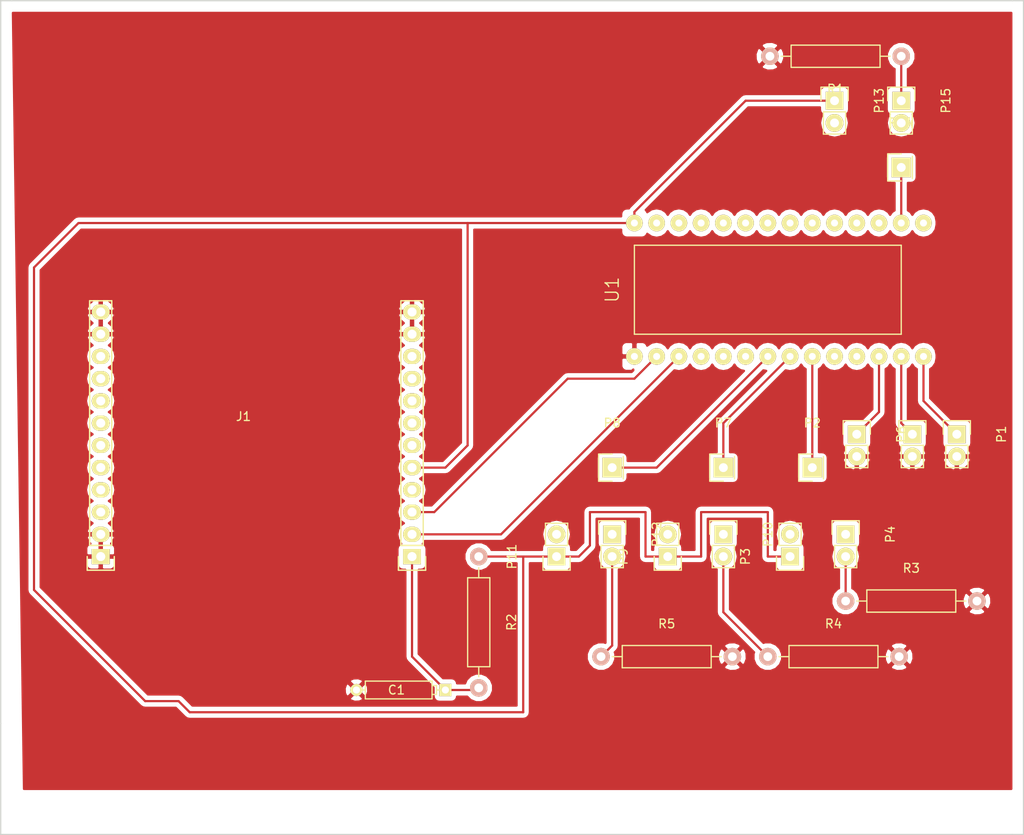
<source format=kicad_pcb>
(kicad_pcb (version 4) (host pcbnew 4.0.1-stable)

  (general
    (links 67)
    (no_connects 10)
    (area 95.174999 25.324999 212.165001 120.725001)
    (thickness 1.6)
    (drawings 15)
    (tracks 56)
    (zones 0)
    (modules 23)
    (nets 48)
  )

  (page A4)
  (layers
    (0 F.Cu signal)
    (31 B.Cu signal)
    (32 B.Adhes user)
    (33 F.Adhes user)
    (34 B.Paste user)
    (35 F.Paste user)
    (36 B.SilkS user)
    (37 F.SilkS user)
    (38 B.Mask user)
    (39 F.Mask user)
    (40 Dwgs.User user)
    (41 Cmts.User user)
    (42 Eco1.User user)
    (43 Eco2.User user)
    (44 Edge.Cuts user)
    (45 Margin user)
    (46 B.CrtYd user)
    (47 F.CrtYd user)
    (48 B.Fab user)
    (49 F.Fab user)
  )

  (setup
    (last_trace_width 0.25)
    (trace_clearance 0.2)
    (zone_clearance 0.508)
    (zone_45_only no)
    (trace_min 0.2)
    (segment_width 0.2)
    (edge_width 0.15)
    (via_size 0.6)
    (via_drill 0.4)
    (via_min_size 0.4)
    (via_min_drill 0.3)
    (uvia_size 0.3)
    (uvia_drill 0.1)
    (uvias_allowed no)
    (uvia_min_size 0.2)
    (uvia_min_drill 0.1)
    (pcb_text_width 0.3)
    (pcb_text_size 1.5 1.5)
    (mod_edge_width 0.15)
    (mod_text_size 1 1)
    (mod_text_width 0.15)
    (pad_size 2.032 1.7272)
    (pad_drill 1.016)
    (pad_to_mask_clearance 0.2)
    (aux_axis_origin 0 0)
    (grid_origin 106.68 60.96)
    (visible_elements 7FFFFFFF)
    (pcbplotparams
      (layerselection 0x00030_80000001)
      (usegerberextensions false)
      (excludeedgelayer true)
      (linewidth 0.100000)
      (plotframeref false)
      (viasonmask false)
      (mode 1)
      (useauxorigin false)
      (hpglpennumber 1)
      (hpglpenspeed 20)
      (hpglpendiameter 15)
      (hpglpenoverlay 2)
      (psnegative false)
      (psa4output false)
      (plotreference true)
      (plotvalue true)
      (plotinvisibletext false)
      (padsonsilk false)
      (subtractmaskfromsilk false)
      (outputformat 1)
      (mirror false)
      (drillshape 1)
      (scaleselection 1)
      (outputdirectory ""))
  )

  (net 0 "")
  (net 1 "Net-(C1-Pad1)")
  (net 2 "Net-(J1-Pad10)")
  (net 3 "Net-(J1-Pad9)")
  (net 4 "Net-(J1-Pad8)")
  (net 5 "Net-(J1-Pad7)")
  (net 6 "Net-(J1-Pad6)")
  (net 7 +5V)
  (net 8 "Net-(J1-Pad4)")
  (net 9 "Net-(J1-Pad3)")
  (net 10 "Net-(J1-Pad2)")
  (net 11 "Net-(P1-Pad1)")
  (net 12 Earth)
  (net 13 "Net-(P2-Pad1)")
  (net 14 "Net-(P3-Pad2)")
  (net 15 "Net-(P4-Pad1)")
  (net 16 "Net-(P4-Pad2)")
  (net 17 "Net-(P5-Pad1)")
  (net 18 "Net-(P6-Pad1)")
  (net 19 "Net-(P7-Pad1)")
  (net 20 "Net-(P8-Pad1)")
  (net 21 "Net-(P9-Pad2)")
  (net 22 "Net-(P10-Pad1)")
  (net 23 "Net-(P10-Pad2)")
  (net 24 "Net-(P11-Pad2)")
  (net 25 "Net-(P12-Pad1)")
  (net 26 "Net-(P12-Pad2)")
  (net 27 "Net-(P13-Pad2)")
  (net 28 "Net-(P14-Pad1)")
  (net 29 "Net-(P15-Pad1)")
  (net 30 "Net-(P15-Pad2)")
  (net 31 "Net-(U1-Pad2)")
  (net 32 "Net-(U1-Pad3)")
  (net 33 "Net-(U1-Pad4)")
  (net 34 "Net-(U1-Pad8)")
  (net 35 "Net-(U1-Pad9)")
  (net 36 "Net-(U1-Pad13)")
  (net 37 "Net-(U1-Pad15)")
  (net 38 "Net-(U1-Pad16)")
  (net 39 "Net-(U1-Pad17)")
  (net 40 "Net-(U1-Pad18)")
  (net 41 "Net-(U1-Pad19)")
  (net 42 "Net-(U1-Pad20)")
  (net 43 "Net-(U1-Pad21)")
  (net 44 "Net-(U1-Pad22)")
  (net 45 "Net-(U1-Pad23)")
  (net 46 "Net-(U1-Pad24)")
  (net 47 "Net-(U1-Pad25)")

  (net_class Default "This is the default net class."
    (clearance 0.2)
    (trace_width 0.25)
    (via_dia 0.6)
    (via_drill 0.4)
    (uvia_dia 0.3)
    (uvia_drill 0.1)
    (add_net +5V)
    (add_net Earth)
    (add_net "Net-(C1-Pad1)")
    (add_net "Net-(J1-Pad10)")
    (add_net "Net-(J1-Pad2)")
    (add_net "Net-(J1-Pad3)")
    (add_net "Net-(J1-Pad4)")
    (add_net "Net-(J1-Pad6)")
    (add_net "Net-(J1-Pad7)")
    (add_net "Net-(J1-Pad8)")
    (add_net "Net-(J1-Pad9)")
    (add_net "Net-(P1-Pad1)")
    (add_net "Net-(P10-Pad1)")
    (add_net "Net-(P10-Pad2)")
    (add_net "Net-(P11-Pad2)")
    (add_net "Net-(P12-Pad1)")
    (add_net "Net-(P12-Pad2)")
    (add_net "Net-(P13-Pad2)")
    (add_net "Net-(P14-Pad1)")
    (add_net "Net-(P15-Pad1)")
    (add_net "Net-(P15-Pad2)")
    (add_net "Net-(P2-Pad1)")
    (add_net "Net-(P3-Pad2)")
    (add_net "Net-(P4-Pad1)")
    (add_net "Net-(P4-Pad2)")
    (add_net "Net-(P5-Pad1)")
    (add_net "Net-(P6-Pad1)")
    (add_net "Net-(P7-Pad1)")
    (add_net "Net-(P8-Pad1)")
    (add_net "Net-(P9-Pad2)")
    (add_net "Net-(U1-Pad13)")
    (add_net "Net-(U1-Pad15)")
    (add_net "Net-(U1-Pad16)")
    (add_net "Net-(U1-Pad17)")
    (add_net "Net-(U1-Pad18)")
    (add_net "Net-(U1-Pad19)")
    (add_net "Net-(U1-Pad2)")
    (add_net "Net-(U1-Pad20)")
    (add_net "Net-(U1-Pad21)")
    (add_net "Net-(U1-Pad22)")
    (add_net "Net-(U1-Pad23)")
    (add_net "Net-(U1-Pad24)")
    (add_net "Net-(U1-Pad25)")
    (add_net "Net-(U1-Pad3)")
    (add_net "Net-(U1-Pad4)")
    (add_net "Net-(U1-Pad8)")
    (add_net "Net-(U1-Pad9)")
  )

  (module Discret:CP4 (layer F.Cu) (tedit 56EA57B0) (tstamp 56EA565F)
    (at 140.97 104.14 180)
    (descr "Condensateur polarise")
    (tags CP)
    (path /56E894F1)
    (fp_text reference C1 (at 0.508 0 180) (layer F.SilkS)
      (effects (font (size 1 1) (thickness 0.15)))
    )
    (fp_text value 10uF (at 0.508 0 180) (layer F.Fab)
      (effects (font (size 1 1) (thickness 0.15)))
    )
    (fp_line (start 5.08 0) (end 4.064 0) (layer F.SilkS) (width 0.15))
    (fp_line (start 4.064 0) (end 4.064 1.016) (layer F.SilkS) (width 0.15))
    (fp_line (start 4.064 1.016) (end -3.556 1.016) (layer F.SilkS) (width 0.15))
    (fp_line (start -3.556 1.016) (end -3.556 -1.016) (layer F.SilkS) (width 0.15))
    (fp_line (start -3.556 -1.016) (end 4.064 -1.016) (layer F.SilkS) (width 0.15))
    (fp_line (start 4.064 -1.016) (end 4.064 0) (layer F.SilkS) (width 0.15))
    (fp_line (start -5.08 0) (end -4.064 0) (layer F.SilkS) (width 0.15))
    (fp_line (start -3.556 0.508) (end -4.064 0.508) (layer F.SilkS) (width 0.15))
    (fp_line (start -4.064 0.508) (end -4.064 -0.508) (layer F.SilkS) (width 0.15))
    (fp_line (start -4.064 -0.508) (end -3.556 -0.508) (layer F.SilkS) (width 0.15))
    (pad 1 thru_hole rect (at -5.08 0 180) (size 1.397 1.397) (drill 0.8128) (layers *.Cu *.Mask F.SilkS)
      (net 1 "Net-(C1-Pad1)"))
    (pad 2 thru_hole circle (at 5.08 0 180) (size 1.397 1.397) (drill 0.8128) (layers *.Cu *.Mask F.SilkS)
      (net 12 Earth))
    (model Discret.3dshapes/CP4.wrl
      (at (xyz 0 0 0))
      (scale (xyz 0.4 0.4 0.4))
      (rotate (xyz 0 0 0))
    )
  )

  (module E-stop_Drawing:EVM-915-DTS_Pin_Header (layer F.Cu) (tedit 56EC92BB) (tstamp 56EA56BF)
    (at 142.24 88.9 180)
    (descr "Through hole pin header")
    (tags "pin header")
    (path /56EA2310)
    (fp_text reference J1 (at 19.25 16 180) (layer F.SilkS)
      (effects (font (size 1 1) (thickness 0.15)))
    )
    (fp_text value EVM-915-DTS (at 18.75 11.75 180) (layer F.Fab)
      (effects (font (size 1 1) (thickness 0.15)))
    )
    (fp_line (start 34.01 -1.55) (end 37.11 -1.55) (layer F.SilkS) (width 0.15))
    (fp_line (start 34.01 0) (end 34.01 -1.55) (layer F.SilkS) (width 0.15))
    (fp_line (start 36.83 1.27) (end 34.29 1.27) (layer F.SilkS) (width 0.15))
    (fp_line (start 37.11 -1.55) (end 37.11 0) (layer F.SilkS) (width 0.15))
    (fp_line (start 34.29 29.21) (end 34.29 1.27) (layer F.SilkS) (width 0.15))
    (fp_line (start 36.83 29.21) (end 34.29 29.21) (layer F.SilkS) (width 0.15))
    (fp_line (start 36.83 1.27) (end 36.83 29.21) (layer F.SilkS) (width 0.15))
    (fp_line (start 33.81 29.7) (end 37.31 29.7) (layer F.CrtYd) (width 0.05))
    (fp_line (start 33.81 -1.75) (end 37.31 -1.75) (layer F.CrtYd) (width 0.05))
    (fp_line (start 37.31 -1.75) (end 37.31 29.7) (layer F.CrtYd) (width 0.05))
    (fp_line (start 33.81 -1.75) (end 33.81 29.7) (layer F.CrtYd) (width 0.05))
    (fp_line (start 33.81 -1.75) (end 33.81 29.7) (layer F.CrtYd) (width 0.05))
    (fp_line (start 37.31 -1.75) (end 37.31 29.7) (layer F.CrtYd) (width 0.05))
    (fp_line (start 33.81 -1.75) (end 37.31 -1.75) (layer F.CrtYd) (width 0.05))
    (fp_line (start 33.81 29.7) (end 37.31 29.7) (layer F.CrtYd) (width 0.05))
    (fp_line (start 36.83 1.27) (end 36.83 29.21) (layer F.SilkS) (width 0.15))
    (fp_line (start 36.83 29.21) (end 34.29 29.21) (layer F.SilkS) (width 0.15))
    (fp_line (start 34.29 29.21) (end 34.29 1.27) (layer F.SilkS) (width 0.15))
    (fp_line (start 37.11 -1.55) (end 37.11 0) (layer F.SilkS) (width 0.15))
    (fp_line (start 36.83 1.27) (end 34.29 1.27) (layer F.SilkS) (width 0.15))
    (fp_line (start 34.01 0) (end 34.01 -1.55) (layer F.SilkS) (width 0.15))
    (fp_line (start 34.01 -1.55) (end 37.11 -1.55) (layer F.SilkS) (width 0.15))
    (fp_line (start -1.55 -1.55) (end 1.55 -1.55) (layer F.SilkS) (width 0.15))
    (fp_line (start -1.55 0) (end -1.55 -1.55) (layer F.SilkS) (width 0.15))
    (fp_line (start 1.27 1.27) (end -1.27 1.27) (layer F.SilkS) (width 0.15))
    (fp_line (start 1.55 -1.55) (end 1.55 0) (layer F.SilkS) (width 0.15))
    (fp_line (start -1.27 29.21) (end -1.27 1.27) (layer F.SilkS) (width 0.15))
    (fp_line (start 1.27 29.21) (end -1.27 29.21) (layer F.SilkS) (width 0.15))
    (fp_line (start 1.27 1.27) (end 1.27 29.21) (layer F.SilkS) (width 0.15))
    (fp_line (start -1.75 29.7) (end 1.75 29.7) (layer F.CrtYd) (width 0.05))
    (fp_line (start -1.75 -1.75) (end 1.75 -1.75) (layer F.CrtYd) (width 0.05))
    (fp_line (start 1.75 -1.75) (end 1.75 29.7) (layer F.CrtYd) (width 0.05))
    (fp_line (start -1.75 -1.75) (end -1.75 29.7) (layer F.CrtYd) (width 0.05))
    (fp_line (start -1.75 -1.75) (end -1.75 29.7) (layer F.CrtYd) (width 0.05))
    (fp_line (start 1.75 -1.75) (end 1.75 29.7) (layer F.CrtYd) (width 0.05))
    (fp_line (start -1.75 -1.75) (end 1.75 -1.75) (layer F.CrtYd) (width 0.05))
    (fp_line (start -1.75 29.7) (end 1.75 29.7) (layer F.CrtYd) (width 0.05))
    (fp_line (start 1.27 1.27) (end 1.27 29.21) (layer F.SilkS) (width 0.15))
    (fp_line (start 1.27 29.21) (end -1.27 29.21) (layer F.SilkS) (width 0.15))
    (fp_line (start -1.27 29.21) (end -1.27 1.27) (layer F.SilkS) (width 0.15))
    (fp_line (start 1.55 -1.55) (end 1.55 0) (layer F.SilkS) (width 0.15))
    (fp_line (start 1.27 1.27) (end -1.27 1.27) (layer F.SilkS) (width 0.15))
    (fp_line (start -1.55 0) (end -1.55 -1.55) (layer F.SilkS) (width 0.15))
    (fp_line (start -1.55 -1.55) (end 1.55 -1.55) (layer F.SilkS) (width 0.15))
    (pad 12 thru_hole oval (at 35.56 27.94 180) (size 2.032 1.7272) (drill 1.016) (layers *.Cu *.Mask F.SilkS)
      (net 12 Earth))
    (pad 11 thru_hole oval (at 35.56 25.4 180) (size 2.032 1.7272) (drill 1.016) (layers *.Cu *.Mask F.SilkS)
      (net 12 Earth))
    (pad 10 thru_hole oval (at 35.56 22.86 180) (size 2.032 1.7272) (drill 1.016) (layers *.Cu *.Mask F.SilkS)
      (net 2 "Net-(J1-Pad10)"))
    (pad 9 thru_hole oval (at 35.56 20.32 180) (size 2.032 1.7272) (drill 1.016) (layers *.Cu *.Mask F.SilkS)
      (net 3 "Net-(J1-Pad9)"))
    (pad 8 thru_hole oval (at 35.56 17.78 180) (size 2.032 1.7272) (drill 1.016) (layers *.Cu *.Mask F.SilkS)
      (net 4 "Net-(J1-Pad8)"))
    (pad 7 thru_hole oval (at 35.56 15.24 180) (size 2.032 1.7272) (drill 1.016) (layers *.Cu *.Mask F.SilkS)
      (net 5 "Net-(J1-Pad7)"))
    (pad 6 thru_hole oval (at 35.56 12.7 180) (size 2.032 1.7272) (drill 1.016) (layers *.Cu *.Mask F.SilkS)
      (net 6 "Net-(J1-Pad6)"))
    (pad 5 thru_hole oval (at 35.56 10.16 180) (size 2.032 1.7272) (drill 1.016) (layers *.Cu *.Mask F.SilkS)
      (net 7 +5V))
    (pad 4 thru_hole oval (at 35.56 7.62 180) (size 2.032 1.7272) (drill 1.016) (layers *.Cu *.Mask F.SilkS)
      (net 8 "Net-(J1-Pad4)"))
    (pad 3 thru_hole oval (at 35.56 5.08 180) (size 2.032 1.7272) (drill 1.016) (layers *.Cu *.Mask F.SilkS)
      (net 9 "Net-(J1-Pad3)"))
    (pad 2 thru_hole oval (at 35.56 2.54 180) (size 2.032 1.7272) (drill 1.016) (layers *.Cu *.Mask F.SilkS)
      (net 10 "Net-(J1-Pad2)"))
    (pad 1 thru_hole rect (at 35.56 0 180) (size 2.032 1.7272) (drill 1.016) (layers *.Cu *.Mask F.SilkS)
      (net 1 "Net-(C1-Pad1)"))
    (pad 1 thru_hole rect (at 35.56 0 180) (size 2.032 1.7272) (drill 1.016) (layers *.Cu *.Mask F.SilkS)
      (net 1 "Net-(C1-Pad1)"))
    (pad 2 thru_hole oval (at 35.56 2.54 180) (size 2.032 1.7272) (drill 1.016) (layers *.Cu *.Mask F.SilkS)
      (net 10 "Net-(J1-Pad2)"))
    (pad 3 thru_hole oval (at 35.56 5.08 180) (size 2.032 1.7272) (drill 1.016) (layers *.Cu *.Mask F.SilkS)
      (net 9 "Net-(J1-Pad3)"))
    (pad 4 thru_hole oval (at 35.56 7.62 180) (size 2.032 1.7272) (drill 1.016) (layers *.Cu *.Mask F.SilkS)
      (net 8 "Net-(J1-Pad4)"))
    (pad 5 thru_hole oval (at 35.56 10.16 180) (size 2.032 1.7272) (drill 1.016) (layers *.Cu *.Mask F.SilkS)
      (net 7 +5V))
    (pad 6 thru_hole oval (at 35.56 12.7 180) (size 2.032 1.7272) (drill 1.016) (layers *.Cu *.Mask F.SilkS)
      (net 6 "Net-(J1-Pad6)"))
    (pad 7 thru_hole oval (at 35.56 15.24 180) (size 2.032 1.7272) (drill 1.016) (layers *.Cu *.Mask F.SilkS)
      (net 5 "Net-(J1-Pad7)"))
    (pad 8 thru_hole oval (at 35.56 17.78 180) (size 2.032 1.7272) (drill 1.016) (layers *.Cu *.Mask F.SilkS)
      (net 4 "Net-(J1-Pad8)"))
    (pad 9 thru_hole oval (at 35.56 20.32 180) (size 2.032 1.7272) (drill 1.016) (layers *.Cu *.Mask F.SilkS)
      (net 3 "Net-(J1-Pad9)"))
    (pad 10 thru_hole oval (at 35.56 22.86 180) (size 2.032 1.7272) (drill 1.016) (layers *.Cu *.Mask F.SilkS)
      (net 2 "Net-(J1-Pad10)"))
    (pad 11 thru_hole oval (at 35.56 25.4 180) (size 2.032 1.7272) (drill 1.016) (layers *.Cu *.Mask F.SilkS)
      (net 12 Earth))
    (pad 12 thru_hole oval (at 35.56 27.94 180) (size 2.032 1.7272) (drill 1.016) (layers *.Cu *.Mask F.SilkS)
      (net 12 Earth))
    (pad 12 thru_hole oval (at 0 27.94 180) (size 2.032 1.7272) (drill 1.016) (layers *.Cu *.Mask F.SilkS)
      (net 12 Earth))
    (pad 11 thru_hole oval (at 0 25.4 180) (size 2.032 1.7272) (drill 1.016) (layers *.Cu *.Mask F.SilkS)
      (net 12 Earth))
    (pad 10 thru_hole oval (at 0 22.86 180) (size 2.032 1.7272) (drill 1.016) (layers *.Cu *.Mask F.SilkS)
      (net 2 "Net-(J1-Pad10)"))
    (pad 9 thru_hole oval (at 0 20.32 180) (size 2.032 1.7272) (drill 1.016) (layers *.Cu *.Mask F.SilkS)
      (net 3 "Net-(J1-Pad9)"))
    (pad 8 thru_hole oval (at 0 17.78 180) (size 2.032 1.7272) (drill 1.016) (layers *.Cu *.Mask F.SilkS)
      (net 4 "Net-(J1-Pad8)"))
    (pad 7 thru_hole oval (at 0 15.24 180) (size 2.032 1.7272) (drill 1.016) (layers *.Cu *.Mask F.SilkS)
      (net 5 "Net-(J1-Pad7)"))
    (pad 6 thru_hole oval (at 0 12.7 180) (size 2.032 1.7272) (drill 1.016) (layers *.Cu *.Mask F.SilkS)
      (net 6 "Net-(J1-Pad6)"))
    (pad 5 thru_hole oval (at 0 10.16 180) (size 2.032 1.7272) (drill 1.016) (layers *.Cu *.Mask F.SilkS)
      (net 7 +5V))
    (pad 4 thru_hole oval (at 0 7.62 180) (size 2.032 1.7272) (drill 1.016) (layers *.Cu *.Mask F.SilkS)
      (net 8 "Net-(J1-Pad4)"))
    (pad 3 thru_hole oval (at 0 5.08 180) (size 2.032 1.7272) (drill 1.016) (layers *.Cu *.Mask F.SilkS)
      (net 9 "Net-(J1-Pad3)"))
    (pad 2 thru_hole oval (at 0 2.54 180) (size 2.032 1.7272) (drill 1.016) (layers *.Cu *.Mask F.SilkS)
      (net 10 "Net-(J1-Pad2)"))
    (pad 1 thru_hole rect (at 0 0 180) (size 2.032 1.7272) (drill 1.016) (layers *.Cu *.Mask F.SilkS)
      (net 1 "Net-(C1-Pad1)"))
    (pad 1 thru_hole rect (at 0 0 180) (size 2.032 1.7272) (drill 1.016) (layers *.Cu *.Mask F.SilkS)
      (net 1 "Net-(C1-Pad1)"))
    (pad 2 thru_hole oval (at 0 2.54 180) (size 2.032 1.7272) (drill 1.016) (layers *.Cu *.Mask F.SilkS)
      (net 10 "Net-(J1-Pad2)"))
    (pad 3 thru_hole oval (at 0 5.08 180) (size 2.032 1.7272) (drill 1.016) (layers *.Cu *.Mask F.SilkS)
      (net 9 "Net-(J1-Pad3)"))
    (pad 4 thru_hole oval (at 0 7.62 180) (size 2.032 1.7272) (drill 1.016) (layers *.Cu *.Mask F.SilkS)
      (net 8 "Net-(J1-Pad4)"))
    (pad 5 thru_hole oval (at 0 10.16 180) (size 2.032 1.7272) (drill 1.016) (layers *.Cu *.Mask F.SilkS)
      (net 7 +5V))
    (pad 6 thru_hole oval (at 0 12.7 180) (size 2.032 1.7272) (drill 1.016) (layers *.Cu *.Mask F.SilkS)
      (net 6 "Net-(J1-Pad6)"))
    (pad 7 thru_hole oval (at 0 15.24 180) (size 2.032 1.7272) (drill 1.016) (layers *.Cu *.Mask F.SilkS)
      (net 5 "Net-(J1-Pad7)"))
    (pad 8 thru_hole oval (at 0 17.78 180) (size 2.032 1.7272) (drill 1.016) (layers *.Cu *.Mask F.SilkS)
      (net 4 "Net-(J1-Pad8)"))
    (pad 9 thru_hole oval (at 0 20.32 180) (size 2.032 1.7272) (drill 1.016) (layers *.Cu *.Mask F.SilkS)
      (net 3 "Net-(J1-Pad9)"))
    (pad 10 thru_hole oval (at 0 22.86 180) (size 2.032 1.7272) (drill 1.016) (layers *.Cu *.Mask F.SilkS)
      (net 2 "Net-(J1-Pad10)"))
    (pad 11 thru_hole oval (at 0 25.4 180) (size 2.032 1.7272) (drill 1.016) (layers *.Cu *.Mask F.SilkS)
      (net 12 Earth))
    (pad 12 thru_hole oval (at 0 27.94 180) (size 2.032 1.7272) (drill 1.016) (layers *.Cu *.Mask F.SilkS)
      (net 12 Earth))
    (model Pin_Headers.3dshapes/Pin_Header_Straight_1x12.wrl
      (at (xyz 0 -0.55 0))
      (scale (xyz 1 1 1))
      (rotate (xyz 0 0 90))
    )
  )

  (module Socket_Strips:Socket_Strip_Straight_1x02 (layer F.Cu) (tedit 54E9F75E) (tstamp 56EA56D0)
    (at 204.47 74.93 270)
    (descr "Through hole socket strip")
    (tags "socket strip")
    (path /56E9F687)
    (fp_text reference P1 (at 0 -5.1 270) (layer F.SilkS)
      (effects (font (size 1 1) (thickness 0.15)))
    )
    (fp_text value CONN_01X02 (at 0 -3.1 270) (layer F.Fab)
      (effects (font (size 1 1) (thickness 0.15)))
    )
    (fp_line (start -1.55 1.55) (end 0 1.55) (layer F.SilkS) (width 0.15))
    (fp_line (start 3.81 1.27) (end 1.27 1.27) (layer F.SilkS) (width 0.15))
    (fp_line (start -1.75 -1.75) (end -1.75 1.75) (layer F.CrtYd) (width 0.05))
    (fp_line (start 4.3 -1.75) (end 4.3 1.75) (layer F.CrtYd) (width 0.05))
    (fp_line (start -1.75 -1.75) (end 4.3 -1.75) (layer F.CrtYd) (width 0.05))
    (fp_line (start -1.75 1.75) (end 4.3 1.75) (layer F.CrtYd) (width 0.05))
    (fp_line (start 1.27 1.27) (end 1.27 -1.27) (layer F.SilkS) (width 0.15))
    (fp_line (start 0 -1.55) (end -1.55 -1.55) (layer F.SilkS) (width 0.15))
    (fp_line (start -1.55 -1.55) (end -1.55 1.55) (layer F.SilkS) (width 0.15))
    (fp_line (start 1.27 -1.27) (end 3.81 -1.27) (layer F.SilkS) (width 0.15))
    (fp_line (start 3.81 -1.27) (end 3.81 1.27) (layer F.SilkS) (width 0.15))
    (pad 1 thru_hole rect (at 0 0 270) (size 2.032 2.032) (drill 1.016) (layers *.Cu *.Mask F.SilkS)
      (net 11 "Net-(P1-Pad1)"))
    (pad 2 thru_hole oval (at 2.54 0 270) (size 2.032 2.032) (drill 1.016) (layers *.Cu *.Mask F.SilkS)
      (net 12 Earth))
    (model Socket_Strips.3dshapes/Socket_Strip_Straight_1x02.wrl
      (at (xyz 0.05 0 0))
      (scale (xyz 1 1 1))
      (rotate (xyz 0 0 180))
    )
  )

  (module Socket_Strips:Socket_Strip_Straight_1x01 (layer F.Cu) (tedit 54E9F79C) (tstamp 56EA56DD)
    (at 187.96 78.74)
    (descr "Through hole socket strip")
    (tags "socket strip")
    (path /56EA0027)
    (fp_text reference P2 (at 0 -5.1) (layer F.SilkS)
      (effects (font (size 1 1) (thickness 0.15)))
    )
    (fp_text value CONN_01X01 (at 0 -3.1) (layer F.Fab)
      (effects (font (size 1 1) (thickness 0.15)))
    )
    (fp_line (start -1.75 -1.75) (end -1.75 1.75) (layer F.CrtYd) (width 0.05))
    (fp_line (start 1.75 -1.75) (end 1.75 1.75) (layer F.CrtYd) (width 0.05))
    (fp_line (start -1.75 -1.75) (end 1.75 -1.75) (layer F.CrtYd) (width 0.05))
    (fp_line (start -1.75 1.75) (end 1.75 1.75) (layer F.CrtYd) (width 0.05))
    (fp_line (start 1.27 1.27) (end 1.27 -1.27) (layer F.SilkS) (width 0.15))
    (fp_line (start -1.55 -1.55) (end 0 -1.55) (layer F.SilkS) (width 0.15))
    (fp_line (start -1.55 -1.55) (end -1.55 1.55) (layer F.SilkS) (width 0.15))
    (fp_line (start -1.55 1.55) (end 0 1.55) (layer F.SilkS) (width 0.15))
    (pad 1 thru_hole rect (at 0 0) (size 2.2352 2.2352) (drill 1.016) (layers *.Cu *.Mask F.SilkS)
      (net 13 "Net-(P2-Pad1)"))
    (model Socket_Strips.3dshapes/Socket_Strip_Straight_1x01.wrl
      (at (xyz 0 0 0))
      (scale (xyz 1 1 1))
      (rotate (xyz 0 0 180))
    )
  )

  (module Socket_Strips:Socket_Strip_Straight_1x02 (layer F.Cu) (tedit 54E9F75E) (tstamp 56EA56EE)
    (at 185.42 88.9 90)
    (descr "Through hole socket strip")
    (tags "socket strip")
    (path /56E9FDCE)
    (fp_text reference P3 (at 0 -5.1 90) (layer F.SilkS)
      (effects (font (size 1 1) (thickness 0.15)))
    )
    (fp_text value CONN_01X02 (at 0 -3.1 90) (layer F.Fab)
      (effects (font (size 1 1) (thickness 0.15)))
    )
    (fp_line (start -1.55 1.55) (end 0 1.55) (layer F.SilkS) (width 0.15))
    (fp_line (start 3.81 1.27) (end 1.27 1.27) (layer F.SilkS) (width 0.15))
    (fp_line (start -1.75 -1.75) (end -1.75 1.75) (layer F.CrtYd) (width 0.05))
    (fp_line (start 4.3 -1.75) (end 4.3 1.75) (layer F.CrtYd) (width 0.05))
    (fp_line (start -1.75 -1.75) (end 4.3 -1.75) (layer F.CrtYd) (width 0.05))
    (fp_line (start -1.75 1.75) (end 4.3 1.75) (layer F.CrtYd) (width 0.05))
    (fp_line (start 1.27 1.27) (end 1.27 -1.27) (layer F.SilkS) (width 0.15))
    (fp_line (start 0 -1.55) (end -1.55 -1.55) (layer F.SilkS) (width 0.15))
    (fp_line (start -1.55 -1.55) (end -1.55 1.55) (layer F.SilkS) (width 0.15))
    (fp_line (start 1.27 -1.27) (end 3.81 -1.27) (layer F.SilkS) (width 0.15))
    (fp_line (start 3.81 -1.27) (end 3.81 1.27) (layer F.SilkS) (width 0.15))
    (pad 1 thru_hole rect (at 0 0 90) (size 2.032 2.032) (drill 1.016) (layers *.Cu *.Mask F.SilkS)
      (net 7 +5V))
    (pad 2 thru_hole oval (at 2.54 0 90) (size 2.032 2.032) (drill 1.016) (layers *.Cu *.Mask F.SilkS)
      (net 14 "Net-(P3-Pad2)"))
    (model Socket_Strips.3dshapes/Socket_Strip_Straight_1x02.wrl
      (at (xyz 0.05 0 0))
      (scale (xyz 1 1 1))
      (rotate (xyz 0 0 180))
    )
  )

  (module Socket_Strips:Socket_Strip_Straight_1x02 (layer F.Cu) (tedit 54E9F75E) (tstamp 56EA56FF)
    (at 191.77 86.36 270)
    (descr "Through hole socket strip")
    (tags "socket strip")
    (path /56E9FCDB)
    (fp_text reference P4 (at 0 -5.1 270) (layer F.SilkS)
      (effects (font (size 1 1) (thickness 0.15)))
    )
    (fp_text value CONN_01X02 (at 0 -3.1 270) (layer F.Fab)
      (effects (font (size 1 1) (thickness 0.15)))
    )
    (fp_line (start -1.55 1.55) (end 0 1.55) (layer F.SilkS) (width 0.15))
    (fp_line (start 3.81 1.27) (end 1.27 1.27) (layer F.SilkS) (width 0.15))
    (fp_line (start -1.75 -1.75) (end -1.75 1.75) (layer F.CrtYd) (width 0.05))
    (fp_line (start 4.3 -1.75) (end 4.3 1.75) (layer F.CrtYd) (width 0.05))
    (fp_line (start -1.75 -1.75) (end 4.3 -1.75) (layer F.CrtYd) (width 0.05))
    (fp_line (start -1.75 1.75) (end 4.3 1.75) (layer F.CrtYd) (width 0.05))
    (fp_line (start 1.27 1.27) (end 1.27 -1.27) (layer F.SilkS) (width 0.15))
    (fp_line (start 0 -1.55) (end -1.55 -1.55) (layer F.SilkS) (width 0.15))
    (fp_line (start -1.55 -1.55) (end -1.55 1.55) (layer F.SilkS) (width 0.15))
    (fp_line (start 1.27 -1.27) (end 3.81 -1.27) (layer F.SilkS) (width 0.15))
    (fp_line (start 3.81 -1.27) (end 3.81 1.27) (layer F.SilkS) (width 0.15))
    (pad 1 thru_hole rect (at 0 0 270) (size 2.032 2.032) (drill 1.016) (layers *.Cu *.Mask F.SilkS)
      (net 15 "Net-(P4-Pad1)"))
    (pad 2 thru_hole oval (at 2.54 0 270) (size 2.032 2.032) (drill 1.016) (layers *.Cu *.Mask F.SilkS)
      (net 16 "Net-(P4-Pad2)"))
    (model Socket_Strips.3dshapes/Socket_Strip_Straight_1x02.wrl
      (at (xyz 0.05 0 0))
      (scale (xyz 1 1 1))
      (rotate (xyz 0 0 180))
    )
  )

  (module Socket_Strips:Socket_Strip_Straight_1x02 (layer F.Cu) (tedit 54E9F75E) (tstamp 56EA5710)
    (at 199.39 74.93 270)
    (descr "Through hole socket strip")
    (tags "socket strip")
    (path /56EA0C40)
    (fp_text reference P5 (at 0 -5.1 270) (layer F.SilkS)
      (effects (font (size 1 1) (thickness 0.15)))
    )
    (fp_text value CONN_01X02 (at 0 -3.1 270) (layer F.Fab)
      (effects (font (size 1 1) (thickness 0.15)))
    )
    (fp_line (start -1.55 1.55) (end 0 1.55) (layer F.SilkS) (width 0.15))
    (fp_line (start 3.81 1.27) (end 1.27 1.27) (layer F.SilkS) (width 0.15))
    (fp_line (start -1.75 -1.75) (end -1.75 1.75) (layer F.CrtYd) (width 0.05))
    (fp_line (start 4.3 -1.75) (end 4.3 1.75) (layer F.CrtYd) (width 0.05))
    (fp_line (start -1.75 -1.75) (end 4.3 -1.75) (layer F.CrtYd) (width 0.05))
    (fp_line (start -1.75 1.75) (end 4.3 1.75) (layer F.CrtYd) (width 0.05))
    (fp_line (start 1.27 1.27) (end 1.27 -1.27) (layer F.SilkS) (width 0.15))
    (fp_line (start 0 -1.55) (end -1.55 -1.55) (layer F.SilkS) (width 0.15))
    (fp_line (start -1.55 -1.55) (end -1.55 1.55) (layer F.SilkS) (width 0.15))
    (fp_line (start 1.27 -1.27) (end 3.81 -1.27) (layer F.SilkS) (width 0.15))
    (fp_line (start 3.81 -1.27) (end 3.81 1.27) (layer F.SilkS) (width 0.15))
    (pad 1 thru_hole rect (at 0 0 270) (size 2.032 2.032) (drill 1.016) (layers *.Cu *.Mask F.SilkS)
      (net 17 "Net-(P5-Pad1)"))
    (pad 2 thru_hole oval (at 2.54 0 270) (size 2.032 2.032) (drill 1.016) (layers *.Cu *.Mask F.SilkS)
      (net 12 Earth))
    (model Socket_Strips.3dshapes/Socket_Strip_Straight_1x02.wrl
      (at (xyz 0.05 0 0))
      (scale (xyz 1 1 1))
      (rotate (xyz 0 0 180))
    )
  )

  (module Socket_Strips:Socket_Strip_Straight_1x02 (layer F.Cu) (tedit 54E9F75E) (tstamp 56EA5721)
    (at 193.04 74.93 270)
    (descr "Through hole socket strip")
    (tags "socket strip")
    (path /56EA0C81)
    (fp_text reference P6 (at 0 -5.1 270) (layer F.SilkS)
      (effects (font (size 1 1) (thickness 0.15)))
    )
    (fp_text value CONN_01X02 (at 0 -3.1 270) (layer F.Fab)
      (effects (font (size 1 1) (thickness 0.15)))
    )
    (fp_line (start -1.55 1.55) (end 0 1.55) (layer F.SilkS) (width 0.15))
    (fp_line (start 3.81 1.27) (end 1.27 1.27) (layer F.SilkS) (width 0.15))
    (fp_line (start -1.75 -1.75) (end -1.75 1.75) (layer F.CrtYd) (width 0.05))
    (fp_line (start 4.3 -1.75) (end 4.3 1.75) (layer F.CrtYd) (width 0.05))
    (fp_line (start -1.75 -1.75) (end 4.3 -1.75) (layer F.CrtYd) (width 0.05))
    (fp_line (start -1.75 1.75) (end 4.3 1.75) (layer F.CrtYd) (width 0.05))
    (fp_line (start 1.27 1.27) (end 1.27 -1.27) (layer F.SilkS) (width 0.15))
    (fp_line (start 0 -1.55) (end -1.55 -1.55) (layer F.SilkS) (width 0.15))
    (fp_line (start -1.55 -1.55) (end -1.55 1.55) (layer F.SilkS) (width 0.15))
    (fp_line (start 1.27 -1.27) (end 3.81 -1.27) (layer F.SilkS) (width 0.15))
    (fp_line (start 3.81 -1.27) (end 3.81 1.27) (layer F.SilkS) (width 0.15))
    (pad 1 thru_hole rect (at 0 0 270) (size 2.032 2.032) (drill 1.016) (layers *.Cu *.Mask F.SilkS)
      (net 18 "Net-(P6-Pad1)"))
    (pad 2 thru_hole oval (at 2.54 0 270) (size 2.032 2.032) (drill 1.016) (layers *.Cu *.Mask F.SilkS)
      (net 12 Earth))
    (model Socket_Strips.3dshapes/Socket_Strip_Straight_1x02.wrl
      (at (xyz 0.05 0 0))
      (scale (xyz 1 1 1))
      (rotate (xyz 0 0 180))
    )
  )

  (module Socket_Strips:Socket_Strip_Straight_1x01 (layer F.Cu) (tedit 54E9F79C) (tstamp 56EA572E)
    (at 177.8 78.74)
    (descr "Through hole socket strip")
    (tags "socket strip")
    (path /56EA12A0)
    (fp_text reference P7 (at 0 -5.1) (layer F.SilkS)
      (effects (font (size 1 1) (thickness 0.15)))
    )
    (fp_text value CONN_01X01 (at 0 -3.1) (layer F.Fab)
      (effects (font (size 1 1) (thickness 0.15)))
    )
    (fp_line (start -1.75 -1.75) (end -1.75 1.75) (layer F.CrtYd) (width 0.05))
    (fp_line (start 1.75 -1.75) (end 1.75 1.75) (layer F.CrtYd) (width 0.05))
    (fp_line (start -1.75 -1.75) (end 1.75 -1.75) (layer F.CrtYd) (width 0.05))
    (fp_line (start -1.75 1.75) (end 1.75 1.75) (layer F.CrtYd) (width 0.05))
    (fp_line (start 1.27 1.27) (end 1.27 -1.27) (layer F.SilkS) (width 0.15))
    (fp_line (start -1.55 -1.55) (end 0 -1.55) (layer F.SilkS) (width 0.15))
    (fp_line (start -1.55 -1.55) (end -1.55 1.55) (layer F.SilkS) (width 0.15))
    (fp_line (start -1.55 1.55) (end 0 1.55) (layer F.SilkS) (width 0.15))
    (pad 1 thru_hole rect (at 0 0) (size 2.2352 2.2352) (drill 1.016) (layers *.Cu *.Mask F.SilkS)
      (net 19 "Net-(P7-Pad1)"))
    (model Socket_Strips.3dshapes/Socket_Strip_Straight_1x01.wrl
      (at (xyz 0 0 0))
      (scale (xyz 1 1 1))
      (rotate (xyz 0 0 180))
    )
  )

  (module Socket_Strips:Socket_Strip_Straight_1x01 (layer F.Cu) (tedit 54E9F79C) (tstamp 56EA573B)
    (at 165.1 78.74)
    (descr "Through hole socket strip")
    (tags "socket strip")
    (path /56EA12EF)
    (fp_text reference P8 (at 0 -5.1) (layer F.SilkS)
      (effects (font (size 1 1) (thickness 0.15)))
    )
    (fp_text value CONN_01X01 (at 0 -3.1) (layer F.Fab)
      (effects (font (size 1 1) (thickness 0.15)))
    )
    (fp_line (start -1.75 -1.75) (end -1.75 1.75) (layer F.CrtYd) (width 0.05))
    (fp_line (start 1.75 -1.75) (end 1.75 1.75) (layer F.CrtYd) (width 0.05))
    (fp_line (start -1.75 -1.75) (end 1.75 -1.75) (layer F.CrtYd) (width 0.05))
    (fp_line (start -1.75 1.75) (end 1.75 1.75) (layer F.CrtYd) (width 0.05))
    (fp_line (start 1.27 1.27) (end 1.27 -1.27) (layer F.SilkS) (width 0.15))
    (fp_line (start -1.55 -1.55) (end 0 -1.55) (layer F.SilkS) (width 0.15))
    (fp_line (start -1.55 -1.55) (end -1.55 1.55) (layer F.SilkS) (width 0.15))
    (fp_line (start -1.55 1.55) (end 0 1.55) (layer F.SilkS) (width 0.15))
    (pad 1 thru_hole rect (at 0 0) (size 2.2352 2.2352) (drill 1.016) (layers *.Cu *.Mask F.SilkS)
      (net 20 "Net-(P8-Pad1)"))
    (model Socket_Strips.3dshapes/Socket_Strip_Straight_1x01.wrl
      (at (xyz 0 0 0))
      (scale (xyz 1 1 1))
      (rotate (xyz 0 0 180))
    )
  )

  (module Socket_Strips:Socket_Strip_Straight_1x02 (layer F.Cu) (tedit 54E9F75E) (tstamp 56EA574C)
    (at 171.45 88.9 90)
    (descr "Through hole socket strip")
    (tags "socket strip")
    (path /56EA16FC)
    (fp_text reference P9 (at 0 -5.1 90) (layer F.SilkS)
      (effects (font (size 1 1) (thickness 0.15)))
    )
    (fp_text value CONN_01X02 (at 0 -3.1 90) (layer F.Fab)
      (effects (font (size 1 1) (thickness 0.15)))
    )
    (fp_line (start -1.55 1.55) (end 0 1.55) (layer F.SilkS) (width 0.15))
    (fp_line (start 3.81 1.27) (end 1.27 1.27) (layer F.SilkS) (width 0.15))
    (fp_line (start -1.75 -1.75) (end -1.75 1.75) (layer F.CrtYd) (width 0.05))
    (fp_line (start 4.3 -1.75) (end 4.3 1.75) (layer F.CrtYd) (width 0.05))
    (fp_line (start -1.75 -1.75) (end 4.3 -1.75) (layer F.CrtYd) (width 0.05))
    (fp_line (start -1.75 1.75) (end 4.3 1.75) (layer F.CrtYd) (width 0.05))
    (fp_line (start 1.27 1.27) (end 1.27 -1.27) (layer F.SilkS) (width 0.15))
    (fp_line (start 0 -1.55) (end -1.55 -1.55) (layer F.SilkS) (width 0.15))
    (fp_line (start -1.55 -1.55) (end -1.55 1.55) (layer F.SilkS) (width 0.15))
    (fp_line (start 1.27 -1.27) (end 3.81 -1.27) (layer F.SilkS) (width 0.15))
    (fp_line (start 3.81 -1.27) (end 3.81 1.27) (layer F.SilkS) (width 0.15))
    (pad 1 thru_hole rect (at 0 0 90) (size 2.032 2.032) (drill 1.016) (layers *.Cu *.Mask F.SilkS)
      (net 7 +5V))
    (pad 2 thru_hole oval (at 2.54 0 90) (size 2.032 2.032) (drill 1.016) (layers *.Cu *.Mask F.SilkS)
      (net 21 "Net-(P9-Pad2)"))
    (model Socket_Strips.3dshapes/Socket_Strip_Straight_1x02.wrl
      (at (xyz 0.05 0 0))
      (scale (xyz 1 1 1))
      (rotate (xyz 0 0 180))
    )
  )

  (module Socket_Strips:Socket_Strip_Straight_1x02 (layer F.Cu) (tedit 54E9F75E) (tstamp 56EA575D)
    (at 177.8 86.36 270)
    (descr "Through hole socket strip")
    (tags "socket strip")
    (path /56EA1648)
    (fp_text reference P10 (at 0 -5.1 270) (layer F.SilkS)
      (effects (font (size 1 1) (thickness 0.15)))
    )
    (fp_text value CONN_01X02 (at 0 -3.1 270) (layer F.Fab)
      (effects (font (size 1 1) (thickness 0.15)))
    )
    (fp_line (start -1.55 1.55) (end 0 1.55) (layer F.SilkS) (width 0.15))
    (fp_line (start 3.81 1.27) (end 1.27 1.27) (layer F.SilkS) (width 0.15))
    (fp_line (start -1.75 -1.75) (end -1.75 1.75) (layer F.CrtYd) (width 0.05))
    (fp_line (start 4.3 -1.75) (end 4.3 1.75) (layer F.CrtYd) (width 0.05))
    (fp_line (start -1.75 -1.75) (end 4.3 -1.75) (layer F.CrtYd) (width 0.05))
    (fp_line (start -1.75 1.75) (end 4.3 1.75) (layer F.CrtYd) (width 0.05))
    (fp_line (start 1.27 1.27) (end 1.27 -1.27) (layer F.SilkS) (width 0.15))
    (fp_line (start 0 -1.55) (end -1.55 -1.55) (layer F.SilkS) (width 0.15))
    (fp_line (start -1.55 -1.55) (end -1.55 1.55) (layer F.SilkS) (width 0.15))
    (fp_line (start 1.27 -1.27) (end 3.81 -1.27) (layer F.SilkS) (width 0.15))
    (fp_line (start 3.81 -1.27) (end 3.81 1.27) (layer F.SilkS) (width 0.15))
    (pad 1 thru_hole rect (at 0 0 270) (size 2.032 2.032) (drill 1.016) (layers *.Cu *.Mask F.SilkS)
      (net 22 "Net-(P10-Pad1)"))
    (pad 2 thru_hole oval (at 2.54 0 270) (size 2.032 2.032) (drill 1.016) (layers *.Cu *.Mask F.SilkS)
      (net 23 "Net-(P10-Pad2)"))
    (model Socket_Strips.3dshapes/Socket_Strip_Straight_1x02.wrl
      (at (xyz 0.05 0 0))
      (scale (xyz 1 1 1))
      (rotate (xyz 0 0 180))
    )
  )

  (module Socket_Strips:Socket_Strip_Straight_1x02 (layer F.Cu) (tedit 54E9F75E) (tstamp 56EA576E)
    (at 158.75 88.9 90)
    (descr "Through hole socket strip")
    (tags "socket strip")
    (path /56EA185B)
    (fp_text reference P11 (at 0 -5.1 90) (layer F.SilkS)
      (effects (font (size 1 1) (thickness 0.15)))
    )
    (fp_text value CONN_01X02 (at 0 -3.1 90) (layer F.Fab)
      (effects (font (size 1 1) (thickness 0.15)))
    )
    (fp_line (start -1.55 1.55) (end 0 1.55) (layer F.SilkS) (width 0.15))
    (fp_line (start 3.81 1.27) (end 1.27 1.27) (layer F.SilkS) (width 0.15))
    (fp_line (start -1.75 -1.75) (end -1.75 1.75) (layer F.CrtYd) (width 0.05))
    (fp_line (start 4.3 -1.75) (end 4.3 1.75) (layer F.CrtYd) (width 0.05))
    (fp_line (start -1.75 -1.75) (end 4.3 -1.75) (layer F.CrtYd) (width 0.05))
    (fp_line (start -1.75 1.75) (end 4.3 1.75) (layer F.CrtYd) (width 0.05))
    (fp_line (start 1.27 1.27) (end 1.27 -1.27) (layer F.SilkS) (width 0.15))
    (fp_line (start 0 -1.55) (end -1.55 -1.55) (layer F.SilkS) (width 0.15))
    (fp_line (start -1.55 -1.55) (end -1.55 1.55) (layer F.SilkS) (width 0.15))
    (fp_line (start 1.27 -1.27) (end 3.81 -1.27) (layer F.SilkS) (width 0.15))
    (fp_line (start 3.81 -1.27) (end 3.81 1.27) (layer F.SilkS) (width 0.15))
    (pad 1 thru_hole rect (at 0 0 90) (size 2.032 2.032) (drill 1.016) (layers *.Cu *.Mask F.SilkS)
      (net 7 +5V))
    (pad 2 thru_hole oval (at 2.54 0 90) (size 2.032 2.032) (drill 1.016) (layers *.Cu *.Mask F.SilkS)
      (net 24 "Net-(P11-Pad2)"))
    (model Socket_Strips.3dshapes/Socket_Strip_Straight_1x02.wrl
      (at (xyz 0.05 0 0))
      (scale (xyz 1 1 1))
      (rotate (xyz 0 0 180))
    )
  )

  (module Socket_Strips:Socket_Strip_Straight_1x02 (layer F.Cu) (tedit 54E9F75E) (tstamp 56EA577F)
    (at 165.1 86.36 270)
    (descr "Through hole socket strip")
    (tags "socket strip")
    (path /56EA17E8)
    (fp_text reference P12 (at 0 -5.1 270) (layer F.SilkS)
      (effects (font (size 1 1) (thickness 0.15)))
    )
    (fp_text value CONN_01X02 (at 0 -3.1 270) (layer F.Fab)
      (effects (font (size 1 1) (thickness 0.15)))
    )
    (fp_line (start -1.55 1.55) (end 0 1.55) (layer F.SilkS) (width 0.15))
    (fp_line (start 3.81 1.27) (end 1.27 1.27) (layer F.SilkS) (width 0.15))
    (fp_line (start -1.75 -1.75) (end -1.75 1.75) (layer F.CrtYd) (width 0.05))
    (fp_line (start 4.3 -1.75) (end 4.3 1.75) (layer F.CrtYd) (width 0.05))
    (fp_line (start -1.75 -1.75) (end 4.3 -1.75) (layer F.CrtYd) (width 0.05))
    (fp_line (start -1.75 1.75) (end 4.3 1.75) (layer F.CrtYd) (width 0.05))
    (fp_line (start 1.27 1.27) (end 1.27 -1.27) (layer F.SilkS) (width 0.15))
    (fp_line (start 0 -1.55) (end -1.55 -1.55) (layer F.SilkS) (width 0.15))
    (fp_line (start -1.55 -1.55) (end -1.55 1.55) (layer F.SilkS) (width 0.15))
    (fp_line (start 1.27 -1.27) (end 3.81 -1.27) (layer F.SilkS) (width 0.15))
    (fp_line (start 3.81 -1.27) (end 3.81 1.27) (layer F.SilkS) (width 0.15))
    (pad 1 thru_hole rect (at 0 0 270) (size 2.032 2.032) (drill 1.016) (layers *.Cu *.Mask F.SilkS)
      (net 25 "Net-(P12-Pad1)"))
    (pad 2 thru_hole oval (at 2.54 0 270) (size 2.032 2.032) (drill 1.016) (layers *.Cu *.Mask F.SilkS)
      (net 26 "Net-(P12-Pad2)"))
    (model Socket_Strips.3dshapes/Socket_Strip_Straight_1x02.wrl
      (at (xyz 0.05 0 0))
      (scale (xyz 1 1 1))
      (rotate (xyz 0 0 180))
    )
  )

  (module Socket_Strips:Socket_Strip_Straight_1x02 (layer F.Cu) (tedit 54E9F75E) (tstamp 56EA5790)
    (at 190.5 36.83 270)
    (descr "Through hole socket strip")
    (tags "socket strip")
    (path /56EA3DD0)
    (fp_text reference P13 (at 0 -5.1 270) (layer F.SilkS)
      (effects (font (size 1 1) (thickness 0.15)))
    )
    (fp_text value CONN_01X02 (at 0 -3.1 270) (layer F.Fab)
      (effects (font (size 1 1) (thickness 0.15)))
    )
    (fp_line (start -1.55 1.55) (end 0 1.55) (layer F.SilkS) (width 0.15))
    (fp_line (start 3.81 1.27) (end 1.27 1.27) (layer F.SilkS) (width 0.15))
    (fp_line (start -1.75 -1.75) (end -1.75 1.75) (layer F.CrtYd) (width 0.05))
    (fp_line (start 4.3 -1.75) (end 4.3 1.75) (layer F.CrtYd) (width 0.05))
    (fp_line (start -1.75 -1.75) (end 4.3 -1.75) (layer F.CrtYd) (width 0.05))
    (fp_line (start -1.75 1.75) (end 4.3 1.75) (layer F.CrtYd) (width 0.05))
    (fp_line (start 1.27 1.27) (end 1.27 -1.27) (layer F.SilkS) (width 0.15))
    (fp_line (start 0 -1.55) (end -1.55 -1.55) (layer F.SilkS) (width 0.15))
    (fp_line (start -1.55 -1.55) (end -1.55 1.55) (layer F.SilkS) (width 0.15))
    (fp_line (start 1.27 -1.27) (end 3.81 -1.27) (layer F.SilkS) (width 0.15))
    (fp_line (start 3.81 -1.27) (end 3.81 1.27) (layer F.SilkS) (width 0.15))
    (pad 1 thru_hole rect (at 0 0 270) (size 2.032 2.032) (drill 1.016) (layers *.Cu *.Mask F.SilkS)
      (net 7 +5V))
    (pad 2 thru_hole oval (at 2.54 0 270) (size 2.032 2.032) (drill 1.016) (layers *.Cu *.Mask F.SilkS)
      (net 27 "Net-(P13-Pad2)"))
    (model Socket_Strips.3dshapes/Socket_Strip_Straight_1x02.wrl
      (at (xyz 0.05 0 0))
      (scale (xyz 1 1 1))
      (rotate (xyz 0 0 180))
    )
  )

  (module Socket_Strips:Socket_Strip_Straight_1x01 (layer F.Cu) (tedit 54E9F79C) (tstamp 56EA579D)
    (at 198.12 44.45)
    (descr "Through hole socket strip")
    (tags "socket strip")
    (path /56EA3A8E)
    (fp_text reference P14 (at 0 -5.1) (layer F.SilkS)
      (effects (font (size 1 1) (thickness 0.15)))
    )
    (fp_text value CONN_01X01 (at 0 -3.1) (layer F.Fab)
      (effects (font (size 1 1) (thickness 0.15)))
    )
    (fp_line (start -1.75 -1.75) (end -1.75 1.75) (layer F.CrtYd) (width 0.05))
    (fp_line (start 1.75 -1.75) (end 1.75 1.75) (layer F.CrtYd) (width 0.05))
    (fp_line (start -1.75 -1.75) (end 1.75 -1.75) (layer F.CrtYd) (width 0.05))
    (fp_line (start -1.75 1.75) (end 1.75 1.75) (layer F.CrtYd) (width 0.05))
    (fp_line (start 1.27 1.27) (end 1.27 -1.27) (layer F.SilkS) (width 0.15))
    (fp_line (start -1.55 -1.55) (end 0 -1.55) (layer F.SilkS) (width 0.15))
    (fp_line (start -1.55 -1.55) (end -1.55 1.55) (layer F.SilkS) (width 0.15))
    (fp_line (start -1.55 1.55) (end 0 1.55) (layer F.SilkS) (width 0.15))
    (pad 1 thru_hole rect (at 0 0) (size 2.2352 2.2352) (drill 1.016) (layers *.Cu *.Mask F.SilkS)
      (net 28 "Net-(P14-Pad1)"))
    (model Socket_Strips.3dshapes/Socket_Strip_Straight_1x01.wrl
      (at (xyz 0 0 0))
      (scale (xyz 1 1 1))
      (rotate (xyz 0 0 180))
    )
  )

  (module Socket_Strips:Socket_Strip_Straight_1x02 (layer F.Cu) (tedit 54E9F75E) (tstamp 56EA57AE)
    (at 198.12 36.83 270)
    (descr "Through hole socket strip")
    (tags "socket strip")
    (path /56EA3C53)
    (fp_text reference P15 (at 0 -5.1 270) (layer F.SilkS)
      (effects (font (size 1 1) (thickness 0.15)))
    )
    (fp_text value CONN_01X02 (at 0 -3.1 270) (layer F.Fab)
      (effects (font (size 1 1) (thickness 0.15)))
    )
    (fp_line (start -1.55 1.55) (end 0 1.55) (layer F.SilkS) (width 0.15))
    (fp_line (start 3.81 1.27) (end 1.27 1.27) (layer F.SilkS) (width 0.15))
    (fp_line (start -1.75 -1.75) (end -1.75 1.75) (layer F.CrtYd) (width 0.05))
    (fp_line (start 4.3 -1.75) (end 4.3 1.75) (layer F.CrtYd) (width 0.05))
    (fp_line (start -1.75 -1.75) (end 4.3 -1.75) (layer F.CrtYd) (width 0.05))
    (fp_line (start -1.75 1.75) (end 4.3 1.75) (layer F.CrtYd) (width 0.05))
    (fp_line (start 1.27 1.27) (end 1.27 -1.27) (layer F.SilkS) (width 0.15))
    (fp_line (start 0 -1.55) (end -1.55 -1.55) (layer F.SilkS) (width 0.15))
    (fp_line (start -1.55 -1.55) (end -1.55 1.55) (layer F.SilkS) (width 0.15))
    (fp_line (start 1.27 -1.27) (end 3.81 -1.27) (layer F.SilkS) (width 0.15))
    (fp_line (start 3.81 -1.27) (end 3.81 1.27) (layer F.SilkS) (width 0.15))
    (pad 1 thru_hole rect (at 0 0 270) (size 2.032 2.032) (drill 1.016) (layers *.Cu *.Mask F.SilkS)
      (net 29 "Net-(P15-Pad1)"))
    (pad 2 thru_hole oval (at 2.54 0 270) (size 2.032 2.032) (drill 1.016) (layers *.Cu *.Mask F.SilkS)
      (net 30 "Net-(P15-Pad2)"))
    (model Socket_Strips.3dshapes/Socket_Strip_Straight_1x02.wrl
      (at (xyz 0.05 0 0))
      (scale (xyz 1 1 1))
      (rotate (xyz 0 0 180))
    )
  )

  (module Resistors_ThroughHole:Resistor_Horizontal_RM15mm (layer F.Cu) (tedit 569FCEE8) (tstamp 56EA57BE)
    (at 198.12 31.75 180)
    (descr "Resistor, Axial, RM 15mm,")
    (tags "Resistor Axial RM 15mm")
    (path /56D7E073)
    (fp_text reference R1 (at 7.5 -3.74904 180) (layer F.SilkS)
      (effects (font (size 1 1) (thickness 0.15)))
    )
    (fp_text value R (at 7.5 4.0005 180) (layer F.Fab)
      (effects (font (size 1 1) (thickness 0.15)))
    )
    (fp_line (start -1.25 1.5) (end -1.25 -1.5) (layer F.CrtYd) (width 0.05))
    (fp_line (start -1.25 -1.5) (end 16.25 -1.5) (layer F.CrtYd) (width 0.05))
    (fp_line (start 16.25 -1.5) (end 16.25 1.5) (layer F.CrtYd) (width 0.05))
    (fp_line (start 16.25 1.5) (end -1.25 1.5) (layer F.CrtYd) (width 0.05))
    (fp_line (start 2.42 -1.27) (end 2.42 1.27) (layer F.SilkS) (width 0.15))
    (fp_line (start 2.42 1.27) (end 12.58 1.27) (layer F.SilkS) (width 0.15))
    (fp_line (start 12.58 1.27) (end 12.58 -1.27) (layer F.SilkS) (width 0.15))
    (fp_line (start 12.58 -1.27) (end 2.42 -1.27) (layer F.SilkS) (width 0.15))
    (fp_line (start 13.73 0) (end 12.58 0) (layer F.SilkS) (width 0.15))
    (fp_line (start 1.27 0) (end 2.42 0) (layer F.SilkS) (width 0.15))
    (pad 1 thru_hole circle (at 0 0 180) (size 1.99898 1.99898) (drill 1.00076) (layers *.Cu *.SilkS *.Mask)
      (net 29 "Net-(P15-Pad1)"))
    (pad 2 thru_hole circle (at 15 0 180) (size 1.99898 1.99898) (drill 1.00076) (layers *.Cu *.SilkS *.Mask)
      (net 12 Earth))
    (model Resistors_ThroughHole.3dshapes/Resistor_Horizontal_RM15mm.wrl
      (at (xyz 0.295 0 0))
      (scale (xyz 0.395 0.4 0.4))
      (rotate (xyz 0 0 0))
    )
  )

  (module Resistors_ThroughHole:Resistor_Horizontal_RM15mm (layer F.Cu) (tedit 569FCEE8) (tstamp 56EA57CE)
    (at 149.86 88.9 270)
    (descr "Resistor, Axial, RM 15mm,")
    (tags "Resistor Axial RM 15mm")
    (path /56E892C9)
    (fp_text reference R2 (at 7.5 -3.74904 270) (layer F.SilkS)
      (effects (font (size 1 1) (thickness 0.15)))
    )
    (fp_text value 10 (at 7.5 4.0005 270) (layer F.Fab)
      (effects (font (size 1 1) (thickness 0.15)))
    )
    (fp_line (start -1.25 1.5) (end -1.25 -1.5) (layer F.CrtYd) (width 0.05))
    (fp_line (start -1.25 -1.5) (end 16.25 -1.5) (layer F.CrtYd) (width 0.05))
    (fp_line (start 16.25 -1.5) (end 16.25 1.5) (layer F.CrtYd) (width 0.05))
    (fp_line (start 16.25 1.5) (end -1.25 1.5) (layer F.CrtYd) (width 0.05))
    (fp_line (start 2.42 -1.27) (end 2.42 1.27) (layer F.SilkS) (width 0.15))
    (fp_line (start 2.42 1.27) (end 12.58 1.27) (layer F.SilkS) (width 0.15))
    (fp_line (start 12.58 1.27) (end 12.58 -1.27) (layer F.SilkS) (width 0.15))
    (fp_line (start 12.58 -1.27) (end 2.42 -1.27) (layer F.SilkS) (width 0.15))
    (fp_line (start 13.73 0) (end 12.58 0) (layer F.SilkS) (width 0.15))
    (fp_line (start 1.27 0) (end 2.42 0) (layer F.SilkS) (width 0.15))
    (pad 1 thru_hole circle (at 0 0 270) (size 1.99898 1.99898) (drill 1.00076) (layers *.Cu *.SilkS *.Mask)
      (net 7 +5V))
    (pad 2 thru_hole circle (at 15 0 270) (size 1.99898 1.99898) (drill 1.00076) (layers *.Cu *.SilkS *.Mask)
      (net 1 "Net-(C1-Pad1)"))
    (model Resistors_ThroughHole.3dshapes/Resistor_Horizontal_RM15mm.wrl
      (at (xyz 0.295 0 0))
      (scale (xyz 0.395 0.4 0.4))
      (rotate (xyz 0 0 0))
    )
  )

  (module Resistors_ThroughHole:Resistor_Horizontal_RM15mm (layer F.Cu) (tedit 569FCEE8) (tstamp 56EA57DE)
    (at 191.77 93.98)
    (descr "Resistor, Axial, RM 15mm,")
    (tags "Resistor Axial RM 15mm")
    (path /56D79733)
    (fp_text reference R3 (at 7.5 -3.74904) (layer F.SilkS)
      (effects (font (size 1 1) (thickness 0.15)))
    )
    (fp_text value 10k (at 7.5 4.0005) (layer F.Fab)
      (effects (font (size 1 1) (thickness 0.15)))
    )
    (fp_line (start -1.25 1.5) (end -1.25 -1.5) (layer F.CrtYd) (width 0.05))
    (fp_line (start -1.25 -1.5) (end 16.25 -1.5) (layer F.CrtYd) (width 0.05))
    (fp_line (start 16.25 -1.5) (end 16.25 1.5) (layer F.CrtYd) (width 0.05))
    (fp_line (start 16.25 1.5) (end -1.25 1.5) (layer F.CrtYd) (width 0.05))
    (fp_line (start 2.42 -1.27) (end 2.42 1.27) (layer F.SilkS) (width 0.15))
    (fp_line (start 2.42 1.27) (end 12.58 1.27) (layer F.SilkS) (width 0.15))
    (fp_line (start 12.58 1.27) (end 12.58 -1.27) (layer F.SilkS) (width 0.15))
    (fp_line (start 12.58 -1.27) (end 2.42 -1.27) (layer F.SilkS) (width 0.15))
    (fp_line (start 13.73 0) (end 12.58 0) (layer F.SilkS) (width 0.15))
    (fp_line (start 1.27 0) (end 2.42 0) (layer F.SilkS) (width 0.15))
    (pad 1 thru_hole circle (at 0 0) (size 1.99898 1.99898) (drill 1.00076) (layers *.Cu *.SilkS *.Mask)
      (net 16 "Net-(P4-Pad2)"))
    (pad 2 thru_hole circle (at 15 0) (size 1.99898 1.99898) (drill 1.00076) (layers *.Cu *.SilkS *.Mask)
      (net 12 Earth))
    (model Resistors_ThroughHole.3dshapes/Resistor_Horizontal_RM15mm.wrl
      (at (xyz 0.295 0 0))
      (scale (xyz 0.395 0.4 0.4))
      (rotate (xyz 0 0 0))
    )
  )

  (module Resistors_ThroughHole:Resistor_Horizontal_RM15mm (layer F.Cu) (tedit 569FCEE8) (tstamp 56EA57EE)
    (at 182.88 100.33)
    (descr "Resistor, Axial, RM 15mm,")
    (tags "Resistor Axial RM 15mm")
    (path /56D796B2)
    (fp_text reference R4 (at 7.5 -3.74904) (layer F.SilkS)
      (effects (font (size 1 1) (thickness 0.15)))
    )
    (fp_text value 10k (at 7.5 4.0005) (layer F.Fab)
      (effects (font (size 1 1) (thickness 0.15)))
    )
    (fp_line (start -1.25 1.5) (end -1.25 -1.5) (layer F.CrtYd) (width 0.05))
    (fp_line (start -1.25 -1.5) (end 16.25 -1.5) (layer F.CrtYd) (width 0.05))
    (fp_line (start 16.25 -1.5) (end 16.25 1.5) (layer F.CrtYd) (width 0.05))
    (fp_line (start 16.25 1.5) (end -1.25 1.5) (layer F.CrtYd) (width 0.05))
    (fp_line (start 2.42 -1.27) (end 2.42 1.27) (layer F.SilkS) (width 0.15))
    (fp_line (start 2.42 1.27) (end 12.58 1.27) (layer F.SilkS) (width 0.15))
    (fp_line (start 12.58 1.27) (end 12.58 -1.27) (layer F.SilkS) (width 0.15))
    (fp_line (start 12.58 -1.27) (end 2.42 -1.27) (layer F.SilkS) (width 0.15))
    (fp_line (start 13.73 0) (end 12.58 0) (layer F.SilkS) (width 0.15))
    (fp_line (start 1.27 0) (end 2.42 0) (layer F.SilkS) (width 0.15))
    (pad 1 thru_hole circle (at 0 0) (size 1.99898 1.99898) (drill 1.00076) (layers *.Cu *.SilkS *.Mask)
      (net 23 "Net-(P10-Pad2)"))
    (pad 2 thru_hole circle (at 15 0) (size 1.99898 1.99898) (drill 1.00076) (layers *.Cu *.SilkS *.Mask)
      (net 12 Earth))
    (model Resistors_ThroughHole.3dshapes/Resistor_Horizontal_RM15mm.wrl
      (at (xyz 0.295 0 0))
      (scale (xyz 0.395 0.4 0.4))
      (rotate (xyz 0 0 0))
    )
  )

  (module Resistors_ThroughHole:Resistor_Horizontal_RM15mm (layer F.Cu) (tedit 569FCEE8) (tstamp 56EA57FE)
    (at 163.83 100.33)
    (descr "Resistor, Axial, RM 15mm,")
    (tags "Resistor Axial RM 15mm")
    (path /56D79661)
    (fp_text reference R5 (at 7.5 -3.74904) (layer F.SilkS)
      (effects (font (size 1 1) (thickness 0.15)))
    )
    (fp_text value 10k (at 7.5 4.0005) (layer F.Fab)
      (effects (font (size 1 1) (thickness 0.15)))
    )
    (fp_line (start -1.25 1.5) (end -1.25 -1.5) (layer F.CrtYd) (width 0.05))
    (fp_line (start -1.25 -1.5) (end 16.25 -1.5) (layer F.CrtYd) (width 0.05))
    (fp_line (start 16.25 -1.5) (end 16.25 1.5) (layer F.CrtYd) (width 0.05))
    (fp_line (start 16.25 1.5) (end -1.25 1.5) (layer F.CrtYd) (width 0.05))
    (fp_line (start 2.42 -1.27) (end 2.42 1.27) (layer F.SilkS) (width 0.15))
    (fp_line (start 2.42 1.27) (end 12.58 1.27) (layer F.SilkS) (width 0.15))
    (fp_line (start 12.58 1.27) (end 12.58 -1.27) (layer F.SilkS) (width 0.15))
    (fp_line (start 12.58 -1.27) (end 2.42 -1.27) (layer F.SilkS) (width 0.15))
    (fp_line (start 13.73 0) (end 12.58 0) (layer F.SilkS) (width 0.15))
    (fp_line (start 1.27 0) (end 2.42 0) (layer F.SilkS) (width 0.15))
    (pad 1 thru_hole circle (at 0 0) (size 1.99898 1.99898) (drill 1.00076) (layers *.Cu *.SilkS *.Mask)
      (net 26 "Net-(P12-Pad2)"))
    (pad 2 thru_hole circle (at 15 0) (size 1.99898 1.99898) (drill 1.00076) (layers *.Cu *.SilkS *.Mask)
      (net 12 Earth))
    (model Resistors_ThroughHole.3dshapes/Resistor_Horizontal_RM15mm.wrl
      (at (xyz 0.295 0 0))
      (scale (xyz 0.395 0.4 0.4))
      (rotate (xyz 0 0 0))
    )
  )

  (module Teensy-3:Teensy-3.1 (layer F.Cu) (tedit 5506D470) (tstamp 56EDD62B)
    (at 170.18 66.04)
    (path /56EA225A)
    (fp_text reference U1 (at -5.08 -7.62 90) (layer F.SilkS)
      (effects (font (size 1.5 1.5) (thickness 0.15)))
    )
    (fp_text value Teensy_3.1 (at 5.08 -10.16) (layer F.Fab)
      (effects (font (size 1.5 1.5) (thickness 0.15)))
    )
    (fp_line (start -2.54 -12.7) (end 27.94 -12.7) (layer F.SilkS) (width 0.15))
    (fp_line (start 27.94 -12.7) (end 27.94 -2.54) (layer F.SilkS) (width 0.15))
    (fp_line (start 27.94 -2.54) (end -2.54 -2.54) (layer F.SilkS) (width 0.15))
    (fp_line (start -2.54 -2.54) (end -2.54 -12.7) (layer F.SilkS) (width 0.15))
    (pad 0 thru_hole circle (at 0 0) (size 1.9 1.9) (drill 0.8) (layers *.Cu *.Mask F.SilkS)
      (net 9 "Net-(J1-Pad3)"))
    (pad 1 thru_hole circle (at 2.54 0) (size 1.9 1.9) (drill 0.8) (layers *.Cu *.Mask F.SilkS)
      (net 10 "Net-(J1-Pad2)"))
    (pad 2 thru_hole circle (at 5.08 0) (size 1.9 1.9) (drill 0.8) (layers *.Cu *.Mask F.SilkS)
      (net 31 "Net-(U1-Pad2)"))
    (pad 3 thru_hole circle (at 7.62 0) (size 1.9 1.9) (drill 0.8) (layers *.Cu *.Mask F.SilkS)
      (net 32 "Net-(U1-Pad3)"))
    (pad 4 thru_hole circle (at 10.16 0) (size 1.9 1.9) (drill 0.8) (layers *.Cu *.Mask F.SilkS)
      (net 33 "Net-(U1-Pad4)"))
    (pad 5 thru_hole circle (at 12.7 0) (size 1.9 1.9) (drill 0.8) (layers *.Cu *.Mask F.SilkS)
      (net 20 "Net-(P8-Pad1)"))
    (pad 6 thru_hole circle (at 15.24 0) (size 1.9 1.9) (drill 0.8) (layers *.Cu *.Mask F.SilkS)
      (net 19 "Net-(P7-Pad1)"))
    (pad 7 thru_hole circle (at 17.78 0) (size 1.9 1.9) (drill 0.8) (layers *.Cu *.Mask F.SilkS)
      (net 13 "Net-(P2-Pad1)"))
    (pad 8 thru_hole circle (at 20.32 0) (size 1.9 1.9) (drill 0.8) (layers *.Cu *.Mask F.SilkS)
      (net 34 "Net-(U1-Pad8)"))
    (pad 9 thru_hole circle (at 22.86 0) (size 1.9 1.9) (drill 0.8) (layers *.Cu *.Mask F.SilkS)
      (net 35 "Net-(U1-Pad9)"))
    (pad 10 thru_hole circle (at 25.4 0) (size 1.9 1.9) (drill 0.8) (layers *.Cu *.Mask F.SilkS)
      (net 18 "Net-(P6-Pad1)"))
    (pad 11 thru_hole circle (at 27.94 0) (size 1.9 1.9) (drill 0.8) (layers *.Cu *.Mask F.SilkS)
      (net 17 "Net-(P5-Pad1)"))
    (pad 12 thru_hole circle (at 30.48 0) (size 1.9 1.9) (drill 0.8) (layers *.Cu *.Mask F.SilkS)
      (net 11 "Net-(P1-Pad1)"))
    (pad 13 thru_hole circle (at 30.48 -15.24) (size 1.9 1.9) (drill 0.8) (layers *.Cu *.Mask F.SilkS)
      (net 36 "Net-(U1-Pad13)"))
    (pad 14 thru_hole circle (at 27.94 -15.24) (size 1.9 1.9) (drill 0.8) (layers *.Cu *.Mask F.SilkS)
      (net 28 "Net-(P14-Pad1)"))
    (pad 15 thru_hole circle (at 25.4 -15.24) (size 1.9 1.9) (drill 0.8) (layers *.Cu *.Mask F.SilkS)
      (net 37 "Net-(U1-Pad15)"))
    (pad 16 thru_hole circle (at 22.86 -15.24) (size 1.9 1.9) (drill 0.8) (layers *.Cu *.Mask F.SilkS)
      (net 38 "Net-(U1-Pad16)"))
    (pad 17 thru_hole circle (at 20.32 -15.24) (size 1.9 1.9) (drill 0.8) (layers *.Cu *.Mask F.SilkS)
      (net 39 "Net-(U1-Pad17)"))
    (pad 18 thru_hole circle (at 17.78 -15.24) (size 1.9 1.9) (drill 0.8) (layers *.Cu *.Mask F.SilkS)
      (net 40 "Net-(U1-Pad18)"))
    (pad 19 thru_hole circle (at 15.24 -15.24) (size 1.9 1.9) (drill 0.8) (layers *.Cu *.Mask F.SilkS)
      (net 41 "Net-(U1-Pad19)"))
    (pad 20 thru_hole circle (at 12.7 -15.24) (size 1.9 1.9) (drill 0.8) (layers *.Cu *.Mask F.SilkS)
      (net 42 "Net-(U1-Pad20)"))
    (pad 21 thru_hole circle (at 10.16 -15.24) (size 1.9 1.9) (drill 0.8) (layers *.Cu *.Mask F.SilkS)
      (net 43 "Net-(U1-Pad21)"))
    (pad 22 thru_hole circle (at 7.62 -15.24) (size 1.9 1.9) (drill 0.8) (layers *.Cu *.Mask F.SilkS)
      (net 44 "Net-(U1-Pad22)"))
    (pad 23 thru_hole circle (at 5.08 -15.24) (size 1.9 1.9) (drill 0.8) (layers *.Cu *.Mask F.SilkS)
      (net 45 "Net-(U1-Pad23)"))
    (pad 24 thru_hole circle (at 2.54 -15.24) (size 1.9 1.9) (drill 0.8) (layers *.Cu *.Mask F.SilkS)
      (net 46 "Net-(U1-Pad24)"))
    (pad 25 thru_hole circle (at 0 -15.24) (size 1.9 1.9) (drill 0.8) (layers *.Cu *.Mask F.SilkS)
      (net 47 "Net-(U1-Pad25)"))
    (pad 26 thru_hole circle (at -2.54 -15.24) (size 1.9 1.9) (drill 0.8) (layers *.Cu *.Mask F.SilkS)
      (net 7 +5V))
    (pad 27 thru_hole circle (at -2.54 0) (size 1.9 1.9) (drill 0.8) (layers *.Cu *.Mask F.SilkS)
      (net 12 Earth))
  )

  (gr_line (start 143.51 88.9) (end 143.51 94.1832) (angle 90) (layer Dwgs.User) (width 0.2))
  (gr_line (start 143.51 57.404) (end 143.51 59.182) (angle 90) (layer Dwgs.User) (width 0.2))
  (gr_line (start 105.41 57.404) (end 143.51 57.404) (angle 90) (layer Dwgs.User) (width 0.2))
  (gr_line (start 105.41 59.182) (end 105.41 57.404) (angle 90) (layer Dwgs.User) (width 0.2))
  (gr_line (start 105.41 94.1832) (end 105.41 88.9) (angle 90) (layer Dwgs.User) (width 0.2))
  (gr_line (start 143.51 94.1832) (end 105.41 94.1832) (angle 90) (layer Dwgs.User) (width 0.2))
  (gr_line (start 95.25 120.65) (end 95.25 107.95) (angle 90) (layer Edge.Cuts) (width 0.15))
  (gr_line (start 210.82 120.65) (end 95.25 120.65) (angle 90) (layer Edge.Cuts) (width 0.15))
  (gr_line (start 212.09 120.65) (end 210.82 120.65) (angle 90) (layer Edge.Cuts) (width 0.15))
  (gr_line (start 212.09 107.95) (end 212.09 120.65) (angle 90) (layer Edge.Cuts) (width 0.15))
  (gr_line (start 95.25 25.4) (end 96.52 25.4) (angle 90) (layer Edge.Cuts) (width 0.15))
  (gr_line (start 95.25 107.95) (end 95.25 25.4) (angle 90) (layer Edge.Cuts) (width 0.15))
  (gr_line (start 212.09 25.4) (end 212.09 107.95) (angle 90) (layer Edge.Cuts) (width 0.15))
  (gr_line (start 210.82 25.4) (end 212.09 25.4) (angle 90) (layer Edge.Cuts) (width 0.15))
  (gr_line (start 96.52 25.4) (end 210.82 25.4) (angle 90) (layer Edge.Cuts) (width 0.15))

  (segment (start 146.05 104.14) (end 149.62 104.14) (width 0.25) (layer F.Cu) (net 1))
  (segment (start 149.62 104.14) (end 149.86 103.9) (width 0.25) (layer F.Cu) (net 1) (tstamp 56EA55ED))
  (segment (start 142.24 88.9) (end 142.24 100.33) (width 0.25) (layer F.Cu) (net 1))
  (segment (start 142.24 100.33) (end 146.05 104.14) (width 0.25) (layer F.Cu) (net 1) (tstamp 56EA55E9))
  (segment (start 142.24 78.74) (end 146.05 78.74) (width 0.25) (layer F.Cu) (net 7))
  (segment (start 148.59 76.2) (end 148.59 50.8) (width 0.25) (layer F.Cu) (net 7) (tstamp 56EA56A2))
  (segment (start 146.05 78.74) (end 148.59 76.2) (width 0.25) (layer F.Cu) (net 7) (tstamp 56EA569F))
  (segment (start 171.45 88.9) (end 175.26 88.9) (width 0.25) (layer F.Cu) (net 7))
  (segment (start 182.88 88.9) (end 185.42 88.9) (width 0.25) (layer F.Cu) (net 7) (tstamp 56EA5694))
  (segment (start 182.88 83.82) (end 182.88 88.9) (width 0.25) (layer F.Cu) (net 7) (tstamp 56EA5693))
  (segment (start 175.26 83.82) (end 182.88 83.82) (width 0.25) (layer F.Cu) (net 7) (tstamp 56EA5691))
  (segment (start 175.26 88.9) (end 175.26 83.82) (width 0.25) (layer F.Cu) (net 7) (tstamp 56EA5690))
  (segment (start 158.75 88.9) (end 161.29 88.9) (width 0.25) (layer F.Cu) (net 7))
  (segment (start 168.91 88.9) (end 171.45 88.9) (width 0.25) (layer F.Cu) (net 7) (tstamp 56EA5688))
  (segment (start 168.91 83.82) (end 168.91 88.9) (width 0.25) (layer F.Cu) (net 7) (tstamp 56EA5687))
  (segment (start 162.56 83.82) (end 168.91 83.82) (width 0.25) (layer F.Cu) (net 7) (tstamp 56EA5686))
  (segment (start 162.56 87.63) (end 162.56 83.82) (width 0.25) (layer F.Cu) (net 7) (tstamp 56EA5684))
  (segment (start 161.29 88.9) (end 162.56 87.63) (width 0.25) (layer F.Cu) (net 7) (tstamp 56EA5681))
  (segment (start 154.94 88.9) (end 158.75 88.9) (width 0.25) (layer F.Cu) (net 7))
  (segment (start 111.76 105.41) (end 115.57 105.41) (width 0.25) (layer F.Cu) (net 7))
  (segment (start 99.06 92.71) (end 111.76 105.41) (width 0.25) (layer F.Cu) (net 7) (tstamp 56EA565D))
  (segment (start 167.64 50.8) (end 148.59 50.8) (width 0.25) (layer F.Cu) (net 7))
  (segment (start 148.59 50.8) (end 104.14 50.8) (width 0.25) (layer F.Cu) (net 7) (tstamp 56EA56A6))
  (segment (start 104.14 50.8) (end 99.06 55.88) (width 0.25) (layer F.Cu) (net 7) (tstamp 56EA5657))
  (segment (start 99.06 55.88) (end 99.06 92.71) (width 0.25) (layer F.Cu) (net 7))
  (segment (start 154.94 88.9) (end 149.86 88.9) (width 0.25) (layer F.Cu) (net 7) (tstamp 56EA5679))
  (segment (start 154.94 106.68) (end 154.94 88.9) (width 0.25) (layer F.Cu) (net 7) (tstamp 56EA5672))
  (segment (start 116.84 106.68) (end 154.94 106.68) (width 0.25) (layer F.Cu) (net 7) (tstamp 56EA5671))
  (segment (start 115.57 105.41) (end 116.84 106.68) (width 0.25) (layer F.Cu) (net 7) (tstamp 56EA566E))
  (segment (start 167.64 50.8) (end 167.64 49.53) (width 0.25) (layer F.Cu) (net 7))
  (segment (start 180.34 36.83) (end 190.5 36.83) (width 0.25) (layer F.Cu) (net 7) (tstamp 56EA5651))
  (segment (start 167.64 49.53) (end 180.34 36.83) (width 0.25) (layer F.Cu) (net 7) (tstamp 56EA564C))
  (segment (start 142.24 83.82) (end 144.78 83.82) (width 0.25) (layer F.Cu) (net 9))
  (segment (start 167.64 68.58) (end 170.18 66.04) (width 0.25) (layer F.Cu) (net 9) (tstamp 56EA55E1))
  (segment (start 160.02 68.58) (end 167.64 68.58) (width 0.25) (layer F.Cu) (net 9) (tstamp 56EA55DF))
  (segment (start 144.78 83.82) (end 160.02 68.58) (width 0.25) (layer F.Cu) (net 9) (tstamp 56EA55DD))
  (segment (start 152.4 86.36) (end 172.72 66.04) (width 0.25) (layer F.Cu) (net 10) (tstamp 56EA55E5))
  (segment (start 142.24 86.36) (end 152.4 86.36) (width 0.25) (layer F.Cu) (net 10))
  (segment (start 200.66 66.04) (end 200.66 71.12) (width 0.25) (layer F.Cu) (net 11))
  (segment (start 200.66 71.12) (end 204.47 74.93) (width 0.25) (layer F.Cu) (net 11) (tstamp 56EA5D11))
  (segment (start 187.96 66.04) (end 187.96 78.74) (width 0.25) (layer F.Cu) (net 13))
  (segment (start 191.77 88.9) (end 191.77 93.98) (width 0.25) (layer F.Cu) (net 16))
  (segment (start 198.12 66.04) (end 198.12 73.66) (width 0.25) (layer F.Cu) (net 17))
  (segment (start 198.12 73.66) (end 199.39 74.93) (width 0.25) (layer F.Cu) (net 17) (tstamp 56EA5D15))
  (segment (start 195.58 66.04) (end 195.58 72.39) (width 0.25) (layer F.Cu) (net 18))
  (segment (start 195.58 72.39) (end 193.04 74.93) (width 0.25) (layer F.Cu) (net 18) (tstamp 56EA5D19))
  (segment (start 177.8 78.74) (end 177.8 73.66) (width 0.25) (layer F.Cu) (net 19))
  (segment (start 177.8 73.66) (end 185.42 66.04) (width 0.25) (layer F.Cu) (net 19) (tstamp 56EA5D21))
  (segment (start 165.1 78.74) (end 170.18 78.74) (width 0.25) (layer F.Cu) (net 20))
  (segment (start 170.18 78.74) (end 182.88 66.04) (width 0.25) (layer F.Cu) (net 20) (tstamp 56EA5D25))
  (segment (start 177.8 88.9) (end 177.8 95.25) (width 0.25) (layer F.Cu) (net 23))
  (segment (start 177.8 95.25) (end 182.88 100.33) (width 0.25) (layer F.Cu) (net 23) (tstamp 56EA5D6B))
  (segment (start 165.1 88.9) (end 165.1 99.06) (width 0.25) (layer F.Cu) (net 26))
  (segment (start 165.1 99.06) (end 163.83 100.33) (width 0.25) (layer F.Cu) (net 26) (tstamp 56EA5D6F))
  (segment (start 198.12 50.8) (end 198.12 44.45) (width 0.25) (layer F.Cu) (net 28))
  (segment (start 198.12 36.83) (end 198.12 31.75) (width 0.25) (layer F.Cu) (net 29))

  (zone (net 12) (net_name Earth) (layer F.Cu) (tstamp 56EA57E7) (hatch edge 0.508)
    (connect_pads (clearance 0.508))
    (min_thickness 0.254)
    (fill yes (arc_segments 16) (thermal_gap 0.508) (thermal_bridge_width 0.508))
    (polygon
      (pts
        (xy 210.82 115.57) (xy 97.79 115.57) (xy 96.52 26.67) (xy 210.82 26.67) (xy 210.82 115.57)
      )
    )
    (filled_polygon
      (pts
        (xy 210.693 115.443) (xy 97.915199 115.443) (xy 97.064299 55.88) (xy 98.3 55.88) (xy 98.3 92.71)
        (xy 98.357852 93.000839) (xy 98.522599 93.247401) (xy 111.222599 105.947401) (xy 111.46916 106.112148) (xy 111.76 106.17)
        (xy 115.255198 106.17) (xy 116.302599 107.217401) (xy 116.54916 107.382148) (xy 116.84 107.44) (xy 154.94 107.44)
        (xy 155.230839 107.382148) (xy 155.477401 107.217401) (xy 155.642148 106.970839) (xy 155.7 106.68) (xy 155.7 100.653694)
        (xy 162.195226 100.653694) (xy 162.443538 101.254655) (xy 162.902927 101.714846) (xy 163.503453 101.964206) (xy 164.153694 101.964774)
        (xy 164.754655 101.716462) (xy 164.989363 101.482163) (xy 177.857443 101.482163) (xy 177.956042 101.748965) (xy 178.565582 101.975401)
        (xy 179.215377 101.951341) (xy 179.703958 101.748965) (xy 179.802557 101.482163) (xy 178.83 100.509605) (xy 177.857443 101.482163)
        (xy 164.989363 101.482163) (xy 165.214846 101.257073) (xy 165.464206 100.656547) (xy 165.464722 100.065582) (xy 177.184599 100.065582)
        (xy 177.208659 100.715377) (xy 177.411035 101.203958) (xy 177.677837 101.302557) (xy 178.650395 100.33) (xy 179.009605 100.33)
        (xy 179.982163 101.302557) (xy 180.248965 101.203958) (xy 180.475401 100.594418) (xy 180.451341 99.944623) (xy 180.248965 99.456042)
        (xy 179.982163 99.357443) (xy 179.009605 100.33) (xy 178.650395 100.33) (xy 177.677837 99.357443) (xy 177.411035 99.456042)
        (xy 177.184599 100.065582) (xy 165.464722 100.065582) (xy 165.464774 100.006306) (xy 165.395691 99.839111) (xy 165.637401 99.597401)
        (xy 165.802148 99.35084) (xy 165.83656 99.177837) (xy 177.857443 99.177837) (xy 178.83 100.150395) (xy 179.802557 99.177837)
        (xy 179.703958 98.911035) (xy 179.094418 98.684599) (xy 178.444623 98.708659) (xy 177.956042 98.911035) (xy 177.857443 99.177837)
        (xy 165.83656 99.177837) (xy 165.86 99.06) (xy 165.86 90.372016) (xy 166.267433 90.099778) (xy 166.625325 89.564155)
        (xy 166.751 88.932345) (xy 166.751 88.867655) (xy 166.625325 88.235845) (xy 166.422996 87.933038) (xy 166.567441 87.84009)
        (xy 166.712431 87.62789) (xy 166.76344 87.376) (xy 166.76344 85.344) (xy 166.719162 85.108683) (xy 166.58009 84.892559)
        (xy 166.36789 84.747569) (xy 166.116 84.69656) (xy 164.084 84.69656) (xy 163.848683 84.740838) (xy 163.632559 84.87991)
        (xy 163.487569 85.09211) (xy 163.43656 85.344) (xy 163.43656 87.376) (xy 163.480838 87.611317) (xy 163.61991 87.827441)
        (xy 163.776206 87.934233) (xy 163.574675 88.235845) (xy 163.449 88.867655) (xy 163.449 88.932345) (xy 163.574675 89.564155)
        (xy 163.932567 90.099778) (xy 164.34 90.372016) (xy 164.34 98.745198) (xy 164.321083 98.764115) (xy 164.156547 98.695794)
        (xy 163.506306 98.695226) (xy 162.905345 98.943538) (xy 162.445154 99.402927) (xy 162.195794 100.003453) (xy 162.195226 100.653694)
        (xy 155.7 100.653694) (xy 155.7 89.66) (xy 157.08656 89.66) (xy 157.08656 89.916) (xy 157.130838 90.151317)
        (xy 157.26991 90.367441) (xy 157.48211 90.512431) (xy 157.734 90.56344) (xy 159.766 90.56344) (xy 160.001317 90.519162)
        (xy 160.217441 90.38009) (xy 160.362431 90.16789) (xy 160.41344 89.916) (xy 160.41344 89.66) (xy 161.29 89.66)
        (xy 161.580839 89.602148) (xy 161.827401 89.437401) (xy 163.097401 88.167401) (xy 163.262148 87.92084) (xy 163.32 87.63)
        (xy 163.32 84.58) (xy 168.15 84.58) (xy 168.15 88.9) (xy 168.207852 89.190839) (xy 168.372599 89.437401)
        (xy 168.619161 89.602148) (xy 168.91 89.66) (xy 169.78656 89.66) (xy 169.78656 89.916) (xy 169.830838 90.151317)
        (xy 169.96991 90.367441) (xy 170.18211 90.512431) (xy 170.434 90.56344) (xy 172.466 90.56344) (xy 172.701317 90.519162)
        (xy 172.917441 90.38009) (xy 173.062431 90.16789) (xy 173.11344 89.916) (xy 173.11344 89.66) (xy 175.26 89.66)
        (xy 175.550839 89.602148) (xy 175.797401 89.437401) (xy 175.962148 89.190839) (xy 176.02 88.9) (xy 176.02 85.344)
        (xy 176.13656 85.344) (xy 176.13656 87.376) (xy 176.180838 87.611317) (xy 176.31991 87.827441) (xy 176.476206 87.934233)
        (xy 176.274675 88.235845) (xy 176.149 88.867655) (xy 176.149 88.932345) (xy 176.274675 89.564155) (xy 176.632567 90.099778)
        (xy 177.04 90.372016) (xy 177.04 95.25) (xy 177.097852 95.540839) (xy 177.262599 95.787401) (xy 181.314115 99.838917)
        (xy 181.245794 100.003453) (xy 181.245226 100.653694) (xy 181.493538 101.254655) (xy 181.952927 101.714846) (xy 182.553453 101.964206)
        (xy 183.203694 101.964774) (xy 183.804655 101.716462) (xy 184.039363 101.482163) (xy 196.907443 101.482163) (xy 197.006042 101.748965)
        (xy 197.615582 101.975401) (xy 198.265377 101.951341) (xy 198.753958 101.748965) (xy 198.852557 101.482163) (xy 197.88 100.509605)
        (xy 196.907443 101.482163) (xy 184.039363 101.482163) (xy 184.264846 101.257073) (xy 184.514206 100.656547) (xy 184.514722 100.065582)
        (xy 196.234599 100.065582) (xy 196.258659 100.715377) (xy 196.461035 101.203958) (xy 196.727837 101.302557) (xy 197.700395 100.33)
        (xy 198.059605 100.33) (xy 199.032163 101.302557) (xy 199.298965 101.203958) (xy 199.525401 100.594418) (xy 199.501341 99.944623)
        (xy 199.298965 99.456042) (xy 199.032163 99.357443) (xy 198.059605 100.33) (xy 197.700395 100.33) (xy 196.727837 99.357443)
        (xy 196.461035 99.456042) (xy 196.234599 100.065582) (xy 184.514722 100.065582) (xy 184.514774 100.006306) (xy 184.266462 99.405345)
        (xy 184.039351 99.177837) (xy 196.907443 99.177837) (xy 197.88 100.150395) (xy 198.852557 99.177837) (xy 198.753958 98.911035)
        (xy 198.144418 98.684599) (xy 197.494623 98.708659) (xy 197.006042 98.911035) (xy 196.907443 99.177837) (xy 184.039351 99.177837)
        (xy 183.807073 98.945154) (xy 183.206547 98.695794) (xy 182.556306 98.695226) (xy 182.389111 98.764309) (xy 178.56 94.935198)
        (xy 178.56 90.372016) (xy 178.967433 90.099778) (xy 179.325325 89.564155) (xy 179.451 88.932345) (xy 179.451 88.867655)
        (xy 179.325325 88.235845) (xy 179.122996 87.933038) (xy 179.267441 87.84009) (xy 179.412431 87.62789) (xy 179.46344 87.376)
        (xy 179.46344 85.344) (xy 179.419162 85.108683) (xy 179.28009 84.892559) (xy 179.06789 84.747569) (xy 178.816 84.69656)
        (xy 176.784 84.69656) (xy 176.548683 84.740838) (xy 176.332559 84.87991) (xy 176.187569 85.09211) (xy 176.13656 85.344)
        (xy 176.02 85.344) (xy 176.02 84.58) (xy 182.12 84.58) (xy 182.12 88.9) (xy 182.177852 89.190839)
        (xy 182.342599 89.437401) (xy 182.589161 89.602148) (xy 182.88 89.66) (xy 183.75656 89.66) (xy 183.75656 89.916)
        (xy 183.800838 90.151317) (xy 183.93991 90.367441) (xy 184.15211 90.512431) (xy 184.404 90.56344) (xy 186.436 90.56344)
        (xy 186.671317 90.519162) (xy 186.887441 90.38009) (xy 187.032431 90.16789) (xy 187.08344 89.916) (xy 187.08344 87.884)
        (xy 187.039162 87.648683) (xy 186.90009 87.432559) (xy 186.743794 87.325767) (xy 186.945325 87.024155) (xy 187.071 86.392345)
        (xy 187.071 86.327655) (xy 186.945325 85.695845) (xy 186.71023 85.344) (xy 190.10656 85.344) (xy 190.10656 87.376)
        (xy 190.150838 87.611317) (xy 190.28991 87.827441) (xy 190.446206 87.934233) (xy 190.244675 88.235845) (xy 190.119 88.867655)
        (xy 190.119 88.932345) (xy 190.244675 89.564155) (xy 190.602567 90.099778) (xy 191.01 90.372016) (xy 191.01 92.525504)
        (xy 190.845345 92.593538) (xy 190.385154 93.052927) (xy 190.135794 93.653453) (xy 190.135226 94.303694) (xy 190.383538 94.904655)
        (xy 190.842927 95.364846) (xy 191.443453 95.614206) (xy 192.093694 95.614774) (xy 192.694655 95.366462) (xy 192.929363 95.132163)
        (xy 205.797443 95.132163) (xy 205.896042 95.398965) (xy 206.505582 95.625401) (xy 207.155377 95.601341) (xy 207.643958 95.398965)
        (xy 207.742557 95.132163) (xy 206.77 94.159605) (xy 205.797443 95.132163) (xy 192.929363 95.132163) (xy 193.154846 94.907073)
        (xy 193.404206 94.306547) (xy 193.404722 93.715582) (xy 205.124599 93.715582) (xy 205.148659 94.365377) (xy 205.351035 94.853958)
        (xy 205.617837 94.952557) (xy 206.590395 93.98) (xy 206.949605 93.98) (xy 207.922163 94.952557) (xy 208.188965 94.853958)
        (xy 208.415401 94.244418) (xy 208.391341 93.594623) (xy 208.188965 93.106042) (xy 207.922163 93.007443) (xy 206.949605 93.98)
        (xy 206.590395 93.98) (xy 205.617837 93.007443) (xy 205.351035 93.106042) (xy 205.124599 93.715582) (xy 193.404722 93.715582)
        (xy 193.404774 93.656306) (xy 193.156462 93.055345) (xy 192.929351 92.827837) (xy 205.797443 92.827837) (xy 206.77 93.800395)
        (xy 207.742557 92.827837) (xy 207.643958 92.561035) (xy 207.034418 92.334599) (xy 206.384623 92.358659) (xy 205.896042 92.561035)
        (xy 205.797443 92.827837) (xy 192.929351 92.827837) (xy 192.697073 92.595154) (xy 192.53 92.525779) (xy 192.53 90.372016)
        (xy 192.937433 90.099778) (xy 193.295325 89.564155) (xy 193.421 88.932345) (xy 193.421 88.867655) (xy 193.295325 88.235845)
        (xy 193.092996 87.933038) (xy 193.237441 87.84009) (xy 193.382431 87.62789) (xy 193.43344 87.376) (xy 193.43344 85.344)
        (xy 193.389162 85.108683) (xy 193.25009 84.892559) (xy 193.03789 84.747569) (xy 192.786 84.69656) (xy 190.754 84.69656)
        (xy 190.518683 84.740838) (xy 190.302559 84.87991) (xy 190.157569 85.09211) (xy 190.10656 85.344) (xy 186.71023 85.344)
        (xy 186.587433 85.160222) (xy 186.05181 84.80233) (xy 185.42 84.676655) (xy 184.78819 84.80233) (xy 184.252567 85.160222)
        (xy 183.894675 85.695845) (xy 183.769 86.327655) (xy 183.769 86.392345) (xy 183.894675 87.024155) (xy 184.097004 87.326962)
        (xy 183.952559 87.41991) (xy 183.807569 87.63211) (xy 183.75656 87.884) (xy 183.75656 88.14) (xy 183.64 88.14)
        (xy 183.64 83.82) (xy 183.582148 83.529161) (xy 183.417401 83.282599) (xy 183.170839 83.117852) (xy 182.88 83.06)
        (xy 175.26 83.06) (xy 174.969161 83.117852) (xy 174.722599 83.282599) (xy 174.557852 83.529161) (xy 174.5 83.82)
        (xy 174.5 88.14) (xy 173.11344 88.14) (xy 173.11344 87.884) (xy 173.069162 87.648683) (xy 172.93009 87.432559)
        (xy 172.773794 87.325767) (xy 172.975325 87.024155) (xy 173.101 86.392345) (xy 173.101 86.327655) (xy 172.975325 85.695845)
        (xy 172.617433 85.160222) (xy 172.08181 84.80233) (xy 171.45 84.676655) (xy 170.81819 84.80233) (xy 170.282567 85.160222)
        (xy 169.924675 85.695845) (xy 169.799 86.327655) (xy 169.799 86.392345) (xy 169.924675 87.024155) (xy 170.127004 87.326962)
        (xy 169.982559 87.41991) (xy 169.837569 87.63211) (xy 169.78656 87.884) (xy 169.78656 88.14) (xy 169.67 88.14)
        (xy 169.67 83.82) (xy 169.612148 83.529161) (xy 169.447401 83.282599) (xy 169.200839 83.117852) (xy 168.91 83.06)
        (xy 162.56 83.06) (xy 162.269161 83.117852) (xy 162.022599 83.282599) (xy 161.857852 83.529161) (xy 161.8 83.82)
        (xy 161.8 87.315198) (xy 160.975198 88.14) (xy 160.41344 88.14) (xy 160.41344 87.884) (xy 160.369162 87.648683)
        (xy 160.23009 87.432559) (xy 160.073794 87.325767) (xy 160.275325 87.024155) (xy 160.401 86.392345) (xy 160.401 86.327655)
        (xy 160.275325 85.695845) (xy 159.917433 85.160222) (xy 159.38181 84.80233) (xy 158.75 84.676655) (xy 158.11819 84.80233)
        (xy 157.582567 85.160222) (xy 157.224675 85.695845) (xy 157.099 86.327655) (xy 157.099 86.392345) (xy 157.224675 87.024155)
        (xy 157.427004 87.326962) (xy 157.282559 87.41991) (xy 157.137569 87.63211) (xy 157.08656 87.884) (xy 157.08656 88.14)
        (xy 151.314496 88.14) (xy 151.246462 87.975345) (xy 150.787073 87.515154) (xy 150.186547 87.265794) (xy 149.536306 87.265226)
        (xy 148.935345 87.513538) (xy 148.475154 87.972927) (xy 148.225794 88.573453) (xy 148.225226 89.223694) (xy 148.473538 89.824655)
        (xy 148.932927 90.284846) (xy 149.533453 90.534206) (xy 150.183694 90.534774) (xy 150.784655 90.286462) (xy 151.244846 89.827073)
        (xy 151.314221 89.66) (xy 154.18 89.66) (xy 154.18 105.92) (xy 117.154802 105.92) (xy 116.30899 105.074188)
        (xy 135.135417 105.074188) (xy 135.197071 105.3098) (xy 135.69748 105.485927) (xy 136.227199 105.457148) (xy 136.582929 105.3098)
        (xy 136.644583 105.074188) (xy 135.89 104.319605) (xy 135.135417 105.074188) (xy 116.30899 105.074188) (xy 116.107401 104.872599)
        (xy 115.860839 104.707852) (xy 115.57 104.65) (xy 112.074802 104.65) (xy 111.372282 103.94748) (xy 134.544073 103.94748)
        (xy 134.572852 104.477199) (xy 134.7202 104.832929) (xy 134.955812 104.894583) (xy 135.710395 104.14) (xy 136.069605 104.14)
        (xy 136.824188 104.894583) (xy 137.0598 104.832929) (xy 137.235927 104.33252) (xy 137.207148 103.802801) (xy 137.0598 103.447071)
        (xy 136.824188 103.385417) (xy 136.069605 104.14) (xy 135.710395 104.14) (xy 134.955812 103.385417) (xy 134.7202 103.447071)
        (xy 134.544073 103.94748) (xy 111.372282 103.94748) (xy 110.630614 103.205812) (xy 135.135417 103.205812) (xy 135.89 103.960395)
        (xy 136.644583 103.205812) (xy 136.582929 102.9702) (xy 136.08252 102.794073) (xy 135.552801 102.822852) (xy 135.197071 102.9702)
        (xy 135.135417 103.205812) (xy 110.630614 103.205812) (xy 99.82 92.395198) (xy 99.82 89.18575) (xy 105.029 89.18575)
        (xy 105.029 89.88991) (xy 105.125673 90.123299) (xy 105.304302 90.301927) (xy 105.537691 90.3986) (xy 106.39425 90.3986)
        (xy 106.553 90.23985) (xy 106.553 89.027) (xy 106.807 89.027) (xy 106.807 90.23985) (xy 106.96575 90.3986)
        (xy 107.822309 90.3986) (xy 108.055698 90.301927) (xy 108.234327 90.123299) (xy 108.331 89.88991) (xy 108.331 89.18575)
        (xy 108.17225 89.027) (xy 106.807 89.027) (xy 106.553 89.027) (xy 105.18775 89.027) (xy 105.029 89.18575)
        (xy 99.82 89.18575) (xy 99.82 87.91009) (xy 105.029 87.91009) (xy 105.029 88.61425) (xy 105.18775 88.773)
        (xy 106.553 88.773) (xy 106.553 86.487) (xy 106.807 86.487) (xy 106.807 88.773) (xy 108.17225 88.773)
        (xy 108.331 88.61425) (xy 108.331 87.91009) (xy 108.234327 87.676701) (xy 108.055698 87.498073) (xy 107.858139 87.416241)
        (xy 108.030732 87.262036) (xy 108.284709 86.734791) (xy 108.287358 86.719026) (xy 108.166217 86.487) (xy 106.807 86.487)
        (xy 106.553 86.487) (xy 105.193783 86.487) (xy 105.072642 86.719026) (xy 105.075291 86.734791) (xy 105.329268 87.262036)
        (xy 105.501861 87.416241) (xy 105.304302 87.498073) (xy 105.125673 87.676701) (xy 105.029 87.91009) (xy 99.82 87.91009)
        (xy 99.82 66.04) (xy 104.996655 66.04) (xy 105.110729 66.613489) (xy 105.435585 67.09967) (xy 105.750366 67.31)
        (xy 105.435585 67.52033) (xy 105.110729 68.006511) (xy 104.996655 68.58) (xy 105.110729 69.153489) (xy 105.435585 69.63967)
        (xy 105.750366 69.85) (xy 105.435585 70.06033) (xy 105.110729 70.546511) (xy 104.996655 71.12) (xy 105.110729 71.693489)
        (xy 105.435585 72.17967) (xy 105.750366 72.39) (xy 105.435585 72.60033) (xy 105.110729 73.086511) (xy 104.996655 73.66)
        (xy 105.110729 74.233489) (xy 105.435585 74.71967) (xy 105.750366 74.93) (xy 105.435585 75.14033) (xy 105.110729 75.626511)
        (xy 104.996655 76.2) (xy 105.110729 76.773489) (xy 105.435585 77.25967) (xy 105.750366 77.47) (xy 105.435585 77.68033)
        (xy 105.110729 78.166511) (xy 104.996655 78.74) (xy 105.110729 79.313489) (xy 105.435585 79.79967) (xy 105.750366 80.01)
        (xy 105.435585 80.22033) (xy 105.110729 80.706511) (xy 104.996655 81.28) (xy 105.110729 81.853489) (xy 105.435585 82.33967)
        (xy 105.750366 82.55) (xy 105.435585 82.76033) (xy 105.110729 83.246511) (xy 104.996655 83.82) (xy 105.110729 84.393489)
        (xy 105.435585 84.87967) (xy 105.745069 85.086461) (xy 105.329268 85.457964) (xy 105.075291 85.985209) (xy 105.072642 86.000974)
        (xy 105.193783 86.233) (xy 106.553 86.233) (xy 106.553 86.213) (xy 106.807 86.213) (xy 106.807 86.233)
        (xy 108.166217 86.233) (xy 108.287358 86.000974) (xy 108.284709 85.985209) (xy 108.030732 85.457964) (xy 107.614931 85.086461)
        (xy 107.924415 84.87967) (xy 108.249271 84.393489) (xy 108.363345 83.82) (xy 108.249271 83.246511) (xy 107.924415 82.76033)
        (xy 107.609634 82.55) (xy 107.924415 82.33967) (xy 108.249271 81.853489) (xy 108.363345 81.28) (xy 108.249271 80.706511)
        (xy 107.924415 80.22033) (xy 107.609634 80.01) (xy 107.924415 79.79967) (xy 108.249271 79.313489) (xy 108.363345 78.74)
        (xy 108.249271 78.166511) (xy 107.924415 77.68033) (xy 107.609634 77.47) (xy 107.924415 77.25967) (xy 108.249271 76.773489)
        (xy 108.363345 76.2) (xy 108.249271 75.626511) (xy 107.924415 75.14033) (xy 107.609634 74.93) (xy 107.924415 74.71967)
        (xy 108.249271 74.233489) (xy 108.363345 73.66) (xy 108.249271 73.086511) (xy 107.924415 72.60033) (xy 107.609634 72.39)
        (xy 107.924415 72.17967) (xy 108.249271 71.693489) (xy 108.363345 71.12) (xy 108.249271 70.546511) (xy 107.924415 70.06033)
        (xy 107.609634 69.85) (xy 107.924415 69.63967) (xy 108.249271 69.153489) (xy 108.363345 68.58) (xy 108.249271 68.006511)
        (xy 107.924415 67.52033) (xy 107.609634 67.31) (xy 107.924415 67.09967) (xy 108.249271 66.613489) (xy 108.363345 66.04)
        (xy 108.249271 65.466511) (xy 107.924415 64.98033) (xy 107.614931 64.773539) (xy 108.030732 64.402036) (xy 108.284709 63.874791)
        (xy 108.287358 63.859026) (xy 108.166217 63.627) (xy 106.807 63.627) (xy 106.807 63.647) (xy 106.553 63.647)
        (xy 106.553 63.627) (xy 105.193783 63.627) (xy 105.072642 63.859026) (xy 105.075291 63.874791) (xy 105.329268 64.402036)
        (xy 105.745069 64.773539) (xy 105.435585 64.98033) (xy 105.110729 65.466511) (xy 104.996655 66.04) (xy 99.82 66.04)
        (xy 99.82 61.319026) (xy 105.072642 61.319026) (xy 105.075291 61.334791) (xy 105.329268 61.862036) (xy 105.741108 62.23)
        (xy 105.329268 62.597964) (xy 105.075291 63.125209) (xy 105.072642 63.140974) (xy 105.193783 63.373) (xy 106.553 63.373)
        (xy 106.553 61.087) (xy 106.807 61.087) (xy 106.807 63.373) (xy 108.166217 63.373) (xy 108.287358 63.140974)
        (xy 108.284709 63.125209) (xy 108.030732 62.597964) (xy 107.618892 62.23) (xy 108.030732 61.862036) (xy 108.284709 61.334791)
        (xy 108.287358 61.319026) (xy 140.632642 61.319026) (xy 140.635291 61.334791) (xy 140.889268 61.862036) (xy 141.301108 62.23)
        (xy 140.889268 62.597964) (xy 140.635291 63.125209) (xy 140.632642 63.140974) (xy 140.753783 63.373) (xy 142.113 63.373)
        (xy 142.113 61.087) (xy 142.367 61.087) (xy 142.367 63.373) (xy 143.726217 63.373) (xy 143.847358 63.140974)
        (xy 143.844709 63.125209) (xy 143.590732 62.597964) (xy 143.178892 62.23) (xy 143.590732 61.862036) (xy 143.844709 61.334791)
        (xy 143.847358 61.319026) (xy 143.726217 61.087) (xy 142.367 61.087) (xy 142.113 61.087) (xy 140.753783 61.087)
        (xy 140.632642 61.319026) (xy 108.287358 61.319026) (xy 108.166217 61.087) (xy 106.807 61.087) (xy 106.553 61.087)
        (xy 105.193783 61.087) (xy 105.072642 61.319026) (xy 99.82 61.319026) (xy 99.82 60.600974) (xy 105.072642 60.600974)
        (xy 105.193783 60.833) (xy 106.553 60.833) (xy 106.553 59.619076) (xy 106.807 59.619076) (xy 106.807 60.833)
        (xy 108.166217 60.833) (xy 108.287358 60.600974) (xy 140.632642 60.600974) (xy 140.753783 60.833) (xy 142.113 60.833)
        (xy 142.113 59.619076) (xy 142.367 59.619076) (xy 142.367 60.833) (xy 143.726217 60.833) (xy 143.847358 60.600974)
        (xy 143.844709 60.585209) (xy 143.590732 60.057964) (xy 143.15432 59.668046) (xy 142.601913 59.474816) (xy 142.367 59.619076)
        (xy 142.113 59.619076) (xy 141.878087 59.474816) (xy 141.32568 59.668046) (xy 140.889268 60.057964) (xy 140.635291 60.585209)
        (xy 140.632642 60.600974) (xy 108.287358 60.600974) (xy 108.284709 60.585209) (xy 108.030732 60.057964) (xy 107.59432 59.668046)
        (xy 107.041913 59.474816) (xy 106.807 59.619076) (xy 106.553 59.619076) (xy 106.318087 59.474816) (xy 105.76568 59.668046)
        (xy 105.329268 60.057964) (xy 105.075291 60.585209) (xy 105.072642 60.600974) (xy 99.82 60.600974) (xy 99.82 56.194802)
        (xy 104.454802 51.56) (xy 147.83 51.56) (xy 147.83 75.885198) (xy 145.735198 77.98) (xy 143.684648 77.98)
        (xy 143.484415 77.68033) (xy 143.169634 77.47) (xy 143.484415 77.25967) (xy 143.809271 76.773489) (xy 143.923345 76.2)
        (xy 143.809271 75.626511) (xy 143.484415 75.14033) (xy 143.169634 74.93) (xy 143.484415 74.71967) (xy 143.809271 74.233489)
        (xy 143.923345 73.66) (xy 143.809271 73.086511) (xy 143.484415 72.60033) (xy 143.169634 72.39) (xy 143.484415 72.17967)
        (xy 143.809271 71.693489) (xy 143.923345 71.12) (xy 143.809271 70.546511) (xy 143.484415 70.06033) (xy 143.169634 69.85)
        (xy 143.484415 69.63967) (xy 143.809271 69.153489) (xy 143.923345 68.58) (xy 143.809271 68.006511) (xy 143.484415 67.52033)
        (xy 143.169634 67.31) (xy 143.484415 67.09967) (xy 143.809271 66.613489) (xy 143.923345 66.04) (xy 143.809271 65.466511)
        (xy 143.484415 64.98033) (xy 143.174931 64.773539) (xy 143.590732 64.402036) (xy 143.844709 63.874791) (xy 143.847358 63.859026)
        (xy 143.726217 63.627) (xy 142.367 63.627) (xy 142.367 63.647) (xy 142.113 63.647) (xy 142.113 63.627)
        (xy 140.753783 63.627) (xy 140.632642 63.859026) (xy 140.635291 63.874791) (xy 140.889268 64.402036) (xy 141.305069 64.773539)
        (xy 140.995585 64.98033) (xy 140.670729 65.466511) (xy 140.556655 66.04) (xy 140.670729 66.613489) (xy 140.995585 67.09967)
        (xy 141.310366 67.31) (xy 140.995585 67.52033) (xy 140.670729 68.006511) (xy 140.556655 68.58) (xy 140.670729 69.153489)
        (xy 140.995585 69.63967) (xy 141.310366 69.85) (xy 140.995585 70.06033) (xy 140.670729 70.546511) (xy 140.556655 71.12)
        (xy 140.670729 71.693489) (xy 140.995585 72.17967) (xy 141.310366 72.39) (xy 140.995585 72.60033) (xy 140.670729 73.086511)
        (xy 140.556655 73.66) (xy 140.670729 74.233489) (xy 140.995585 74.71967) (xy 141.310366 74.93) (xy 140.995585 75.14033)
        (xy 140.670729 75.626511) (xy 140.556655 76.2) (xy 140.670729 76.773489) (xy 140.995585 77.25967) (xy 141.310366 77.47)
        (xy 140.995585 77.68033) (xy 140.670729 78.166511) (xy 140.556655 78.74) (xy 140.670729 79.313489) (xy 140.995585 79.79967)
        (xy 141.310366 80.01) (xy 140.995585 80.22033) (xy 140.670729 80.706511) (xy 140.556655 81.28) (xy 140.670729 81.853489)
        (xy 140.995585 82.33967) (xy 141.310366 82.55) (xy 140.995585 82.76033) (xy 140.670729 83.246511) (xy 140.556655 83.82)
        (xy 140.670729 84.393489) (xy 140.995585 84.87967) (xy 141.310366 85.09) (xy 140.995585 85.30033) (xy 140.670729 85.786511)
        (xy 140.556655 86.36) (xy 140.670729 86.933489) (xy 140.995585 87.41967) (xy 141.009913 87.429243) (xy 140.988683 87.433238)
        (xy 140.772559 87.57231) (xy 140.627569 87.78451) (xy 140.57656 88.0364) (xy 140.57656 89.7636) (xy 140.620838 89.998917)
        (xy 140.75991 90.215041) (xy 140.97211 90.360031) (xy 141.224 90.41104) (xy 141.48 90.41104) (xy 141.48 100.33)
        (xy 141.537852 100.620839) (xy 141.702599 100.867401) (xy 144.70406 103.868862) (xy 144.70406 104.8385) (xy 144.748338 105.073817)
        (xy 144.88741 105.289941) (xy 145.09961 105.434931) (xy 145.3515 105.48594) (xy 146.7485 105.48594) (xy 146.983817 105.441662)
        (xy 147.199941 105.30259) (xy 147.344931 105.09039) (xy 147.383486 104.9) (xy 148.548752 104.9) (xy 148.932927 105.284846)
        (xy 149.533453 105.534206) (xy 150.183694 105.534774) (xy 150.784655 105.286462) (xy 151.244846 104.827073) (xy 151.494206 104.226547)
        (xy 151.494774 103.576306) (xy 151.246462 102.975345) (xy 150.787073 102.515154) (xy 150.186547 102.265794) (xy 149.536306 102.265226)
        (xy 148.935345 102.513538) (xy 148.475154 102.972927) (xy 148.306123 103.38) (xy 147.384368 103.38) (xy 147.351662 103.206183)
        (xy 147.21259 102.990059) (xy 147.00039 102.845069) (xy 146.7485 102.79406) (xy 145.778862 102.79406) (xy 143 100.015198)
        (xy 143 90.41104) (xy 143.256 90.41104) (xy 143.491317 90.366762) (xy 143.707441 90.22769) (xy 143.852431 90.01549)
        (xy 143.90344 89.7636) (xy 143.90344 88.0364) (xy 143.859162 87.801083) (xy 143.72009 87.584959) (xy 143.50789 87.439969)
        (xy 143.466561 87.4316) (xy 143.484415 87.41967) (xy 143.684648 87.12) (xy 152.4 87.12) (xy 152.690839 87.062148)
        (xy 152.937401 86.897401) (xy 172.212421 67.622381) (xy 172.72 67.723345) (xy 173.293489 67.609271) (xy 173.77967 67.284415)
        (xy 173.99 66.969634) (xy 174.20033 67.284415) (xy 174.686511 67.609271) (xy 175.26 67.723345) (xy 175.833489 67.609271)
        (xy 176.31967 67.284415) (xy 176.53 66.969634) (xy 176.74033 67.284415) (xy 177.226511 67.609271) (xy 177.8 67.723345)
        (xy 178.373489 67.609271) (xy 178.85967 67.284415) (xy 179.07 66.969634) (xy 179.28033 67.284415) (xy 179.766511 67.609271)
        (xy 180.158046 67.687152) (xy 169.865198 77.98) (xy 166.86504 77.98) (xy 166.86504 77.6224) (xy 166.820762 77.387083)
        (xy 166.68169 77.170959) (xy 166.46949 77.025969) (xy 166.2176 76.97496) (xy 163.9824 76.97496) (xy 163.747083 77.019238)
        (xy 163.530959 77.15831) (xy 163.385969 77.37051) (xy 163.33496 77.6224) (xy 163.33496 79.8576) (xy 163.379238 80.092917)
        (xy 163.51831 80.309041) (xy 163.73051 80.454031) (xy 163.9824 80.50504) (xy 166.2176 80.50504) (xy 166.452917 80.460762)
        (xy 166.669041 80.32169) (xy 166.814031 80.10949) (xy 166.86504 79.8576) (xy 166.86504 79.5) (xy 170.18 79.5)
        (xy 170.470839 79.442148) (xy 170.717401 79.277401) (xy 182.372421 67.622381) (xy 182.698046 67.687152) (xy 177.262599 73.122599)
        (xy 177.097852 73.369161) (xy 177.04 73.66) (xy 177.04 76.97496) (xy 176.6824 76.97496) (xy 176.447083 77.019238)
        (xy 176.230959 77.15831) (xy 176.085969 77.37051) (xy 176.03496 77.6224) (xy 176.03496 79.8576) (xy 176.079238 80.092917)
        (xy 176.21831 80.309041) (xy 176.43051 80.454031) (xy 176.6824 80.50504) (xy 178.9176 80.50504) (xy 179.152917 80.460762)
        (xy 179.369041 80.32169) (xy 179.514031 80.10949) (xy 179.56504 79.8576) (xy 179.56504 77.6224) (xy 179.520762 77.387083)
        (xy 179.38169 77.170959) (xy 179.16949 77.025969) (xy 178.9176 76.97496) (xy 178.56 76.97496) (xy 178.56 73.974802)
        (xy 184.912421 67.622381) (xy 185.42 67.723345) (xy 185.993489 67.609271) (xy 186.47967 67.284415) (xy 186.69 66.969634)
        (xy 186.90033 67.284415) (xy 187.2 67.484648) (xy 187.2 76.97496) (xy 186.8424 76.97496) (xy 186.607083 77.019238)
        (xy 186.390959 77.15831) (xy 186.245969 77.37051) (xy 186.19496 77.6224) (xy 186.19496 79.8576) (xy 186.239238 80.092917)
        (xy 186.37831 80.309041) (xy 186.59051 80.454031) (xy 186.8424 80.50504) (xy 189.0776 80.50504) (xy 189.312917 80.460762)
        (xy 189.529041 80.32169) (xy 189.674031 80.10949) (xy 189.72504 79.8576) (xy 189.72504 77.852946) (xy 191.434017 77.852946)
        (xy 191.702812 78.438379) (xy 192.175182 78.876385) (xy 192.657056 79.075975) (xy 192.913 78.956836) (xy 192.913 77.597)
        (xy 193.167 77.597) (xy 193.167 78.956836) (xy 193.422944 79.075975) (xy 193.904818 78.876385) (xy 194.377188 78.438379)
        (xy 194.645983 77.852946) (xy 197.784017 77.852946) (xy 198.052812 78.438379) (xy 198.525182 78.876385) (xy 199.007056 79.075975)
        (xy 199.263 78.956836) (xy 199.263 77.597) (xy 199.517 77.597) (xy 199.517 78.956836) (xy 199.772944 79.075975)
        (xy 200.254818 78.876385) (xy 200.727188 78.438379) (xy 200.995983 77.852946) (xy 202.864017 77.852946) (xy 203.132812 78.438379)
        (xy 203.605182 78.876385) (xy 204.087056 79.075975) (xy 204.343 78.956836) (xy 204.343 77.597) (xy 204.597 77.597)
        (xy 204.597 78.956836) (xy 204.852944 79.075975) (xy 205.334818 78.876385) (xy 205.807188 78.438379) (xy 206.075983 77.852946)
        (xy 205.957367 77.597) (xy 204.597 77.597) (xy 204.343 77.597) (xy 202.982633 77.597) (xy 202.864017 77.852946)
        (xy 200.995983 77.852946) (xy 200.877367 77.597) (xy 199.517 77.597) (xy 199.263 77.597) (xy 197.902633 77.597)
        (xy 197.784017 77.852946) (xy 194.645983 77.852946) (xy 194.527367 77.597) (xy 193.167 77.597) (xy 192.913 77.597)
        (xy 191.552633 77.597) (xy 191.434017 77.852946) (xy 189.72504 77.852946) (xy 189.72504 77.6224) (xy 189.680762 77.387083)
        (xy 189.54169 77.170959) (xy 189.32949 77.025969) (xy 189.0776 76.97496) (xy 188.72 76.97496) (xy 188.72 67.484648)
        (xy 189.01967 67.284415) (xy 189.23 66.969634) (xy 189.44033 67.284415) (xy 189.926511 67.609271) (xy 190.5 67.723345)
        (xy 191.073489 67.609271) (xy 191.55967 67.284415) (xy 191.77 66.969634) (xy 191.98033 67.284415) (xy 192.466511 67.609271)
        (xy 193.04 67.723345) (xy 193.613489 67.609271) (xy 194.09967 67.284415) (xy 194.31 66.969634) (xy 194.52033 67.284415)
        (xy 194.82 67.484648) (xy 194.82 72.075198) (xy 193.628638 73.26656) (xy 192.024 73.26656) (xy 191.788683 73.310838)
        (xy 191.572559 73.44991) (xy 191.427569 73.66211) (xy 191.37656 73.914) (xy 191.37656 75.946) (xy 191.420838 76.181317)
        (xy 191.55991 76.397441) (xy 191.706872 76.497856) (xy 191.702812 76.501621) (xy 191.434017 77.087054) (xy 191.552633 77.343)
        (xy 192.913 77.343) (xy 192.913 77.323) (xy 193.167 77.323) (xy 193.167 77.343) (xy 194.527367 77.343)
        (xy 194.645983 77.087054) (xy 194.377188 76.501621) (xy 194.372276 76.497066) (xy 194.507441 76.41009) (xy 194.652431 76.19789)
        (xy 194.70344 75.946) (xy 194.70344 74.341362) (xy 196.117401 72.927401) (xy 196.282148 72.68084) (xy 196.317219 72.504526)
        (xy 196.34 72.39) (xy 196.34 67.484648) (xy 196.63967 67.284415) (xy 196.85 66.969634) (xy 197.06033 67.284415)
        (xy 197.36 67.484648) (xy 197.36 73.66) (xy 197.417852 73.950839) (xy 197.582599 74.197401) (xy 197.72656 74.341362)
        (xy 197.72656 75.946) (xy 197.770838 76.181317) (xy 197.90991 76.397441) (xy 198.056872 76.497856) (xy 198.052812 76.501621)
        (xy 197.784017 77.087054) (xy 197.902633 77.343) (xy 199.263 77.343) (xy 199.263 77.323) (xy 199.517 77.323)
        (xy 199.517 77.343) (xy 200.877367 77.343) (xy 200.995983 77.087054) (xy 200.727188 76.501621) (xy 200.722276 76.497066)
        (xy 200.857441 76.41009) (xy 201.002431 76.19789) (xy 201.05344 75.946) (xy 201.05344 73.914) (xy 201.009162 73.678683)
        (xy 200.87009 73.462559) (xy 200.65789 73.317569) (xy 200.406 73.26656) (xy 198.88 73.26656) (xy 198.88 67.484648)
        (xy 199.17967 67.284415) (xy 199.39 66.969634) (xy 199.60033 67.284415) (xy 199.9 67.484648) (xy 199.9 71.12)
        (xy 199.957852 71.410839) (xy 200.122599 71.657401) (xy 202.80656 74.341362) (xy 202.80656 75.946) (xy 202.850838 76.181317)
        (xy 202.98991 76.397441) (xy 203.136872 76.497856) (xy 203.132812 76.501621) (xy 202.864017 77.087054) (xy 202.982633 77.343)
        (xy 204.343 77.343) (xy 204.343 77.323) (xy 204.597 77.323) (xy 204.597 77.343) (xy 205.957367 77.343)
        (xy 206.075983 77.087054) (xy 205.807188 76.501621) (xy 205.802276 76.497066) (xy 205.937441 76.41009) (xy 206.082431 76.19789)
        (xy 206.13344 75.946) (xy 206.13344 73.914) (xy 206.089162 73.678683) (xy 205.95009 73.462559) (xy 205.73789 73.317569)
        (xy 205.486 73.26656) (xy 203.881362 73.26656) (xy 201.42 70.805198) (xy 201.42 67.484648) (xy 201.71967 67.284415)
        (xy 202.044526 66.798234) (xy 202.1586 66.224745) (xy 202.1586 65.855255) (xy 202.044526 65.281766) (xy 201.71967 64.795585)
        (xy 201.233489 64.470729) (xy 200.66 64.356655) (xy 200.086511 64.470729) (xy 199.60033 64.795585) (xy 199.39 65.110366)
        (xy 199.17967 64.795585) (xy 198.693489 64.470729) (xy 198.12 64.356655) (xy 197.546511 64.470729) (xy 197.06033 64.795585)
        (xy 196.85 65.110366) (xy 196.63967 64.795585) (xy 196.153489 64.470729) (xy 195.58 64.356655) (xy 195.006511 64.470729)
        (xy 194.52033 64.795585) (xy 194.31 65.110366) (xy 194.09967 64.795585) (xy 193.613489 64.470729) (xy 193.04 64.356655)
        (xy 192.466511 64.470729) (xy 191.98033 64.795585) (xy 191.77 65.110366) (xy 191.55967 64.795585) (xy 191.073489 64.470729)
        (xy 190.5 64.356655) (xy 189.926511 64.470729) (xy 189.44033 64.795585) (xy 189.23 65.110366) (xy 189.01967 64.795585)
        (xy 188.533489 64.470729) (xy 187.96 64.356655) (xy 187.386511 64.470729) (xy 186.90033 64.795585) (xy 186.69 65.110366)
        (xy 186.47967 64.795585) (xy 185.993489 64.470729) (xy 185.42 64.356655) (xy 184.846511 64.470729) (xy 184.36033 64.795585)
        (xy 184.15 65.110366) (xy 183.93967 64.795585) (xy 183.453489 64.470729) (xy 182.88 64.356655) (xy 182.306511 64.470729)
        (xy 181.82033 64.795585) (xy 181.61 65.110366) (xy 181.39967 64.795585) (xy 180.913489 64.470729) (xy 180.34 64.356655)
        (xy 179.766511 64.470729) (xy 179.28033 64.795585) (xy 179.07 65.110366) (xy 178.85967 64.795585) (xy 178.373489 64.470729)
        (xy 177.8 64.356655) (xy 177.226511 64.470729) (xy 176.74033 64.795585) (xy 176.53 65.110366) (xy 176.31967 64.795585)
        (xy 175.833489 64.470729) (xy 175.26 64.356655) (xy 174.686511 64.470729) (xy 174.20033 64.795585) (xy 173.99 65.110366)
        (xy 173.77967 64.795585) (xy 173.293489 64.470729) (xy 172.72 64.356655) (xy 172.146511 64.470729) (xy 171.66033 64.795585)
        (xy 171.45 65.110366) (xy 171.23967 64.795585) (xy 170.753489 64.470729) (xy 170.18 64.356655) (xy 169.606511 64.470729)
        (xy 169.12033 64.795585) (xy 169.1055 64.81778) (xy 169.041927 64.664302) (xy 168.863299 64.485673) (xy 168.62991 64.389)
        (xy 167.92575 64.389) (xy 167.767 64.54775) (xy 167.767 65.913) (xy 167.787 65.913) (xy 167.787 66.167)
        (xy 167.767 66.167) (xy 167.767 66.187) (xy 167.513 66.187) (xy 167.513 66.167) (xy 166.30015 66.167)
        (xy 166.1414 66.32575) (xy 166.1414 67.182309) (xy 166.238073 67.415698) (xy 166.416701 67.594327) (xy 166.65009 67.691)
        (xy 167.35425 67.691) (xy 167.512998 67.532252) (xy 167.512998 67.6322) (xy 167.325198 67.82) (xy 160.02 67.82)
        (xy 159.729161 67.877852) (xy 159.482599 68.042599) (xy 144.465198 83.06) (xy 143.684648 83.06) (xy 143.484415 82.76033)
        (xy 143.169634 82.55) (xy 143.484415 82.33967) (xy 143.809271 81.853489) (xy 143.923345 81.28) (xy 143.809271 80.706511)
        (xy 143.484415 80.22033) (xy 143.169634 80.01) (xy 143.484415 79.79967) (xy 143.684648 79.5) (xy 146.05 79.5)
        (xy 146.340839 79.442148) (xy 146.587401 79.277401) (xy 149.127401 76.737401) (xy 149.292148 76.49084) (xy 149.310726 76.397441)
        (xy 149.35 76.2) (xy 149.35 64.897691) (xy 166.1414 64.897691) (xy 166.1414 65.75425) (xy 166.30015 65.913)
        (xy 167.513 65.913) (xy 167.513 64.54775) (xy 167.35425 64.389) (xy 166.65009 64.389) (xy 166.416701 64.485673)
        (xy 166.238073 64.664302) (xy 166.1414 64.897691) (xy 149.35 64.897691) (xy 149.35 51.56) (xy 166.12896 51.56)
        (xy 166.12896 51.816) (xy 166.173238 52.051317) (xy 166.31231 52.267441) (xy 166.52451 52.412431) (xy 166.7764 52.46344)
        (xy 168.5036 52.46344) (xy 168.738917 52.419162) (xy 168.955041 52.28009) (xy 169.100031 52.06789) (xy 169.1084 52.026561)
        (xy 169.12033 52.044415) (xy 169.606511 52.369271) (xy 170.18 52.483345) (xy 170.753489 52.369271) (xy 171.23967 52.044415)
        (xy 171.45 51.729634) (xy 171.66033 52.044415) (xy 172.146511 52.369271) (xy 172.72 52.483345) (xy 173.293489 52.369271)
        (xy 173.77967 52.044415) (xy 173.99 51.729634) (xy 174.20033 52.044415) (xy 174.686511 52.369271) (xy 175.26 52.483345)
        (xy 175.833489 52.369271) (xy 176.31967 52.044415) (xy 176.53 51.729634) (xy 176.74033 52.044415) (xy 177.226511 52.369271)
        (xy 177.8 52.483345) (xy 178.373489 52.369271) (xy 178.85967 52.044415) (xy 179.07 51.729634) (xy 179.28033 52.044415)
        (xy 179.766511 52.369271) (xy 180.34 52.483345) (xy 180.913489 52.369271) (xy 181.39967 52.044415) (xy 181.61 51.729634)
        (xy 181.82033 52.044415) (xy 182.306511 52.369271) (xy 182.88 52.483345) (xy 183.453489 52.369271) (xy 183.93967 52.044415)
        (xy 184.15 51.729634) (xy 184.36033 52.044415) (xy 184.846511 52.369271) (xy 185.42 52.483345) (xy 185.993489 52.369271)
        (xy 186.47967 52.044415) (xy 186.69 51.729634) (xy 186.90033 52.044415) (xy 187.386511 52.369271) (xy 187.96 52.483345)
        (xy 188.533489 52.369271) (xy 189.01967 52.044415) (xy 189.23 51.729634) (xy 189.44033 52.044415) (xy 189.926511 52.369271)
        (xy 190.5 52.483345) (xy 191.073489 52.369271) (xy 191.55967 52.044415) (xy 191.77 51.729634) (xy 191.98033 52.044415)
        (xy 192.466511 52.369271) (xy 193.04 52.483345) (xy 193.613489 52.369271) (xy 194.09967 52.044415) (xy 194.31 51.729634)
        (xy 194.52033 52.044415) (xy 195.006511 52.369271) (xy 195.58 52.483345) (xy 196.153489 52.369271) (xy 196.63967 52.044415)
        (xy 196.85 51.729634) (xy 197.06033 52.044415) (xy 197.546511 52.369271) (xy 198.12 52.483345) (xy 198.693489 52.369271)
        (xy 199.17967 52.044415) (xy 199.39 51.729634) (xy 199.60033 52.044415) (xy 200.086511 52.369271) (xy 200.66 52.483345)
        (xy 201.233489 52.369271) (xy 201.71967 52.044415) (xy 202.044526 51.558234) (xy 202.1586 50.984745) (xy 202.1586 50.615255)
        (xy 202.044526 50.041766) (xy 201.71967 49.555585) (xy 201.233489 49.230729) (xy 200.66 49.116655) (xy 200.086511 49.230729)
        (xy 199.60033 49.555585) (xy 199.39 49.870366) (xy 199.17967 49.555585) (xy 198.88 49.355352) (xy 198.88 46.21504)
        (xy 199.2376 46.21504) (xy 199.472917 46.170762) (xy 199.689041 46.03169) (xy 199.834031 45.81949) (xy 199.88504 45.5676)
        (xy 199.88504 43.3324) (xy 199.840762 43.097083) (xy 199.70169 42.880959) (xy 199.48949 42.735969) (xy 199.2376 42.68496)
        (xy 197.0024 42.68496) (xy 196.767083 42.729238) (xy 196.550959 42.86831) (xy 196.405969 43.08051) (xy 196.35496 43.3324)
        (xy 196.35496 45.5676) (xy 196.399238 45.802917) (xy 196.53831 46.019041) (xy 196.75051 46.164031) (xy 197.0024 46.21504)
        (xy 197.36 46.21504) (xy 197.36 49.355352) (xy 197.06033 49.555585) (xy 196.85 49.870366) (xy 196.63967 49.555585)
        (xy 196.153489 49.230729) (xy 195.58 49.116655) (xy 195.006511 49.230729) (xy 194.52033 49.555585) (xy 194.31 49.870366)
        (xy 194.09967 49.555585) (xy 193.613489 49.230729) (xy 193.04 49.116655) (xy 192.466511 49.230729) (xy 191.98033 49.555585)
        (xy 191.77 49.870366) (xy 191.55967 49.555585) (xy 191.073489 49.230729) (xy 190.5 49.116655) (xy 189.926511 49.230729)
        (xy 189.44033 49.555585) (xy 189.23 49.870366) (xy 189.01967 49.555585) (xy 188.533489 49.230729) (xy 187.96 49.116655)
        (xy 187.386511 49.230729) (xy 186.90033 49.555585) (xy 186.69 49.870366) (xy 186.47967 49.555585) (xy 185.993489 49.230729)
        (xy 185.42 49.116655) (xy 184.846511 49.230729) (xy 184.36033 49.555585) (xy 184.15 49.870366) (xy 183.93967 49.555585)
        (xy 183.453489 49.230729) (xy 182.88 49.116655) (xy 182.306511 49.230729) (xy 181.82033 49.555585) (xy 181.61 49.870366)
        (xy 181.39967 49.555585) (xy 180.913489 49.230729) (xy 180.34 49.116655) (xy 179.766511 49.230729) (xy 179.28033 49.555585)
        (xy 179.07 49.870366) (xy 178.85967 49.555585) (xy 178.373489 49.230729) (xy 177.8 49.116655) (xy 177.226511 49.230729)
        (xy 176.74033 49.555585) (xy 176.53 49.870366) (xy 176.31967 49.555585) (xy 175.833489 49.230729) (xy 175.26 49.116655)
        (xy 174.686511 49.230729) (xy 174.20033 49.555585) (xy 173.99 49.870366) (xy 173.77967 49.555585) (xy 173.293489 49.230729)
        (xy 172.72 49.116655) (xy 172.146511 49.230729) (xy 171.66033 49.555585) (xy 171.45 49.870366) (xy 171.23967 49.555585)
        (xy 170.753489 49.230729) (xy 170.18 49.116655) (xy 169.606511 49.230729) (xy 169.12033 49.555585) (xy 169.110757 49.569913)
        (xy 169.106762 49.548683) (xy 168.96769 49.332559) (xy 168.93475 49.310052) (xy 180.654802 37.59) (xy 188.83656 37.59)
        (xy 188.83656 37.846) (xy 188.880838 38.081317) (xy 189.01991 38.297441) (xy 189.176206 38.404233) (xy 188.974675 38.705845)
        (xy 188.849 39.337655) (xy 188.849 39.402345) (xy 188.974675 40.034155) (xy 189.332567 40.569778) (xy 189.86819 40.92767)
        (xy 190.5 41.053345) (xy 191.13181 40.92767) (xy 191.667433 40.569778) (xy 192.025325 40.034155) (xy 192.151 39.402345)
        (xy 192.151 39.337655) (xy 192.025325 38.705845) (xy 191.822996 38.403038) (xy 191.967441 38.31009) (xy 192.112431 38.09789)
        (xy 192.16344 37.846) (xy 192.16344 35.814) (xy 196.45656 35.814) (xy 196.45656 37.846) (xy 196.500838 38.081317)
        (xy 196.63991 38.297441) (xy 196.796206 38.404233) (xy 196.594675 38.705845) (xy 196.469 39.337655) (xy 196.469 39.402345)
        (xy 196.594675 40.034155) (xy 196.952567 40.569778) (xy 197.48819 40.92767) (xy 198.12 41.053345) (xy 198.75181 40.92767)
        (xy 199.287433 40.569778) (xy 199.645325 40.034155) (xy 199.771 39.402345) (xy 199.771 39.337655) (xy 199.645325 38.705845)
        (xy 199.442996 38.403038) (xy 199.587441 38.31009) (xy 199.732431 38.09789) (xy 199.78344 37.846) (xy 199.78344 35.814)
        (xy 199.739162 35.578683) (xy 199.60009 35.362559) (xy 199.38789 35.217569) (xy 199.136 35.16656) (xy 198.88 35.16656)
        (xy 198.88 33.204496) (xy 199.044655 33.136462) (xy 199.504846 32.677073) (xy 199.754206 32.076547) (xy 199.754774 31.426306)
        (xy 199.506462 30.825345) (xy 199.047073 30.365154) (xy 198.446547 30.115794) (xy 197.796306 30.115226) (xy 197.195345 30.363538)
        (xy 196.735154 30.822927) (xy 196.485794 31.423453) (xy 196.485226 32.073694) (xy 196.733538 32.674655) (xy 197.192927 33.134846)
        (xy 197.36 33.204221) (xy 197.36 35.16656) (xy 197.104 35.16656) (xy 196.868683 35.210838) (xy 196.652559 35.34991)
        (xy 196.507569 35.56211) (xy 196.45656 35.814) (xy 192.16344 35.814) (xy 192.119162 35.578683) (xy 191.98009 35.362559)
        (xy 191.76789 35.217569) (xy 191.516 35.16656) (xy 189.484 35.16656) (xy 189.248683 35.210838) (xy 189.032559 35.34991)
        (xy 188.887569 35.56211) (xy 188.83656 35.814) (xy 188.83656 36.07) (xy 180.34 36.07) (xy 180.04916 36.127852)
        (xy 179.802599 36.292599) (xy 167.102599 48.992599) (xy 167.006408 49.13656) (xy 166.7764 49.13656) (xy 166.541083 49.180838)
        (xy 166.324959 49.31991) (xy 166.179969 49.53211) (xy 166.12896 49.784) (xy 166.12896 50.04) (xy 104.14 50.04)
        (xy 103.849161 50.097852) (xy 103.602599 50.262599) (xy 98.522599 55.342599) (xy 98.357852 55.589161) (xy 98.3 55.88)
        (xy 97.064299 55.88) (xy 96.736044 32.902163) (xy 182.147443 32.902163) (xy 182.246042 33.168965) (xy 182.855582 33.395401)
        (xy 183.505377 33.371341) (xy 183.993958 33.168965) (xy 184.092557 32.902163) (xy 183.12 31.929605) (xy 182.147443 32.902163)
        (xy 96.736044 32.902163) (xy 96.715807 31.485582) (xy 181.474599 31.485582) (xy 181.498659 32.135377) (xy 181.701035 32.623958)
        (xy 181.967837 32.722557) (xy 182.940395 31.75) (xy 183.299605 31.75) (xy 184.272163 32.722557) (xy 184.538965 32.623958)
        (xy 184.765401 32.014418) (xy 184.741341 31.364623) (xy 184.538965 30.876042) (xy 184.272163 30.777443) (xy 183.299605 31.75)
        (xy 182.940395 31.75) (xy 181.967837 30.777443) (xy 181.701035 30.876042) (xy 181.474599 31.485582) (xy 96.715807 31.485582)
        (xy 96.703125 30.597837) (xy 182.147443 30.597837) (xy 183.12 31.570395) (xy 184.092557 30.597837) (xy 183.993958 30.331035)
        (xy 183.384418 30.104599) (xy 182.734623 30.128659) (xy 182.246042 30.331035) (xy 182.147443 30.597837) (xy 96.703125 30.597837)
        (xy 96.648827 26.797) (xy 210.693 26.797)
      )
    )
  )
)

</source>
